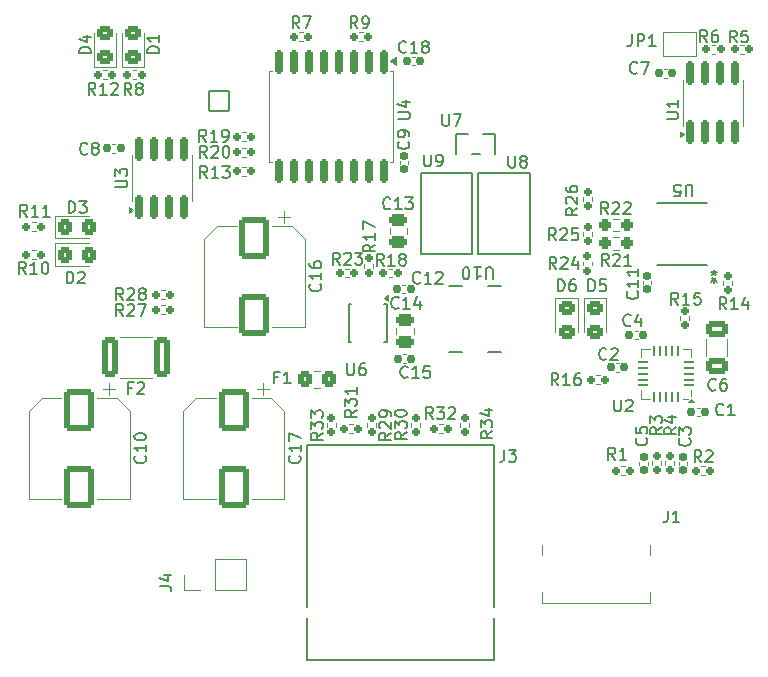
<source format=gto>
G04 #@! TF.GenerationSoftware,KiCad,Pcbnew,8.0.0*
G04 #@! TF.CreationDate,2024-07-06T17:56:43-07:00*
G04 #@! TF.ProjectId,rpi_hat_v1,7270695f-6861-4745-9f76-312e6b696361,rev?*
G04 #@! TF.SameCoordinates,Original*
G04 #@! TF.FileFunction,Legend,Top*
G04 #@! TF.FilePolarity,Positive*
%FSLAX46Y46*%
G04 Gerber Fmt 4.6, Leading zero omitted, Abs format (unit mm)*
G04 Created by KiCad (PCBNEW 8.0.0) date 2024-07-06 17:56:43*
%MOMM*%
%LPD*%
G01*
G04 APERTURE LIST*
G04 Aperture macros list*
%AMRoundRect*
0 Rectangle with rounded corners*
0 $1 Rounding radius*
0 $2 $3 $4 $5 $6 $7 $8 $9 X,Y pos of 4 corners*
0 Add a 4 corners polygon primitive as box body*
4,1,4,$2,$3,$4,$5,$6,$7,$8,$9,$2,$3,0*
0 Add four circle primitives for the rounded corners*
1,1,$1+$1,$2,$3*
1,1,$1+$1,$4,$5*
1,1,$1+$1,$6,$7*
1,1,$1+$1,$8,$9*
0 Add four rect primitives between the rounded corners*
20,1,$1+$1,$2,$3,$4,$5,0*
20,1,$1+$1,$4,$5,$6,$7,0*
20,1,$1+$1,$6,$7,$8,$9,0*
20,1,$1+$1,$8,$9,$2,$3,0*%
G04 Aperture macros list end*
%ADD10C,0.150000*%
%ADD11C,0.120000*%
%ADD12C,0.152400*%
%ADD13RoundRect,0.250000X-1.000000X1.500000X-1.000000X-1.500000X1.000000X-1.500000X1.000000X1.500000X0*%
%ADD14RoundRect,0.160000X0.197500X0.160000X-0.197500X0.160000X-0.197500X-0.160000X0.197500X-0.160000X0*%
%ADD15C,2.700000*%
%ADD16RoundRect,0.250000X-0.325000X-0.450000X0.325000X-0.450000X0.325000X0.450000X-0.325000X0.450000X0*%
%ADD17RoundRect,0.160000X-0.197500X-0.160000X0.197500X-0.160000X0.197500X0.160000X-0.197500X0.160000X0*%
%ADD18RoundRect,0.155000X-0.155000X0.212500X-0.155000X-0.212500X0.155000X-0.212500X0.155000X0.212500X0*%
%ADD19RoundRect,0.155000X0.155000X-0.212500X0.155000X0.212500X-0.155000X0.212500X-0.155000X-0.212500X0*%
%ADD20RoundRect,0.062500X0.350000X0.062500X-0.350000X0.062500X-0.350000X-0.062500X0.350000X-0.062500X0*%
%ADD21RoundRect,0.062500X0.062500X0.350000X-0.062500X0.350000X-0.062500X-0.350000X0.062500X-0.350000X0*%
%ADD22R,2.500000X2.500000*%
%ADD23RoundRect,0.250000X0.650000X-0.412500X0.650000X0.412500X-0.650000X0.412500X-0.650000X-0.412500X0*%
%ADD24RoundRect,0.150000X0.150000X-0.825000X0.150000X0.825000X-0.150000X0.825000X-0.150000X-0.825000X0*%
%ADD25R,1.600200X5.588000*%
%ADD26RoundRect,0.155000X-0.212500X-0.155000X0.212500X-0.155000X0.212500X0.155000X-0.212500X0.155000X0*%
%ADD27RoundRect,0.160000X-0.160000X0.197500X-0.160000X-0.197500X0.160000X-0.197500X0.160000X0.197500X0*%
%ADD28RoundRect,0.150000X-0.150000X0.875000X-0.150000X-0.875000X0.150000X-0.875000X0.150000X0.875000X0*%
%ADD29RoundRect,0.160000X0.160000X-0.197500X0.160000X0.197500X-0.160000X0.197500X-0.160000X-0.197500X0*%
%ADD30RoundRect,0.250000X0.450000X-0.325000X0.450000X0.325000X-0.450000X0.325000X-0.450000X-0.325000X0*%
%ADD31R,1.000000X1.500000*%
%ADD32RoundRect,0.155000X0.212500X0.155000X-0.212500X0.155000X-0.212500X-0.155000X0.212500X-0.155000X0*%
%ADD33RoundRect,0.250000X-0.450000X0.325000X-0.450000X-0.325000X0.450000X-0.325000X0.450000X0.325000X0*%
%ADD34R,0.250000X1.100000*%
%ADD35RoundRect,0.250000X0.475000X-0.250000X0.475000X0.250000X-0.475000X0.250000X-0.475000X-0.250000X0*%
%ADD36RoundRect,0.250000X0.400000X1.450000X-0.400000X1.450000X-0.400000X-1.450000X0.400000X-1.450000X0*%
%ADD37C,0.600000*%
%ADD38R,1.000000X2.000000*%
%ADD39O,0.850000X0.600000*%
%ADD40R,0.520000X1.000000*%
%ADD41R,0.270000X1.000000*%
%ADD42O,1.300000X2.300000*%
%ADD43O,1.300000X2.600000*%
%ADD44R,3.403600X1.854200*%
%ADD45R,3.403600X0.812800*%
%ADD46R,1.700000X1.700000*%
%ADD47O,1.700000X1.700000*%
%ADD48RoundRect,0.237500X0.250000X0.237500X-0.250000X0.237500X-0.250000X-0.237500X0.250000X-0.237500X0*%
%ADD49R,0.558800X1.295400*%
%ADD50C,1.270000*%
%ADD51C,3.810000*%
%ADD52R,1.981200X0.558800*%
%ADD53RoundRect,0.102000X0.855000X0.855000X-0.855000X0.855000X-0.855000X-0.855000X0.855000X-0.855000X0*%
%ADD54C,1.914000*%
G04 APERTURE END LIST*
D10*
X126684580Y-72985357D02*
X126732200Y-73032976D01*
X126732200Y-73032976D02*
X126779819Y-73175833D01*
X126779819Y-73175833D02*
X126779819Y-73271071D01*
X126779819Y-73271071D02*
X126732200Y-73413928D01*
X126732200Y-73413928D02*
X126636961Y-73509166D01*
X126636961Y-73509166D02*
X126541723Y-73556785D01*
X126541723Y-73556785D02*
X126351247Y-73604404D01*
X126351247Y-73604404D02*
X126208390Y-73604404D01*
X126208390Y-73604404D02*
X126017914Y-73556785D01*
X126017914Y-73556785D02*
X125922676Y-73509166D01*
X125922676Y-73509166D02*
X125827438Y-73413928D01*
X125827438Y-73413928D02*
X125779819Y-73271071D01*
X125779819Y-73271071D02*
X125779819Y-73175833D01*
X125779819Y-73175833D02*
X125827438Y-73032976D01*
X125827438Y-73032976D02*
X125875057Y-72985357D01*
X126779819Y-72032976D02*
X126779819Y-72604404D01*
X126779819Y-72318690D02*
X125779819Y-72318690D01*
X125779819Y-72318690D02*
X125922676Y-72413928D01*
X125922676Y-72413928D02*
X126017914Y-72509166D01*
X126017914Y-72509166D02*
X126065533Y-72604404D01*
X125779819Y-71175833D02*
X125779819Y-71366309D01*
X125779819Y-71366309D02*
X125827438Y-71461547D01*
X125827438Y-71461547D02*
X125875057Y-71509166D01*
X125875057Y-71509166D02*
X126017914Y-71604404D01*
X126017914Y-71604404D02*
X126208390Y-71652023D01*
X126208390Y-71652023D02*
X126589342Y-71652023D01*
X126589342Y-71652023D02*
X126684580Y-71604404D01*
X126684580Y-71604404D02*
X126732200Y-71556785D01*
X126732200Y-71556785D02*
X126779819Y-71461547D01*
X126779819Y-71461547D02*
X126779819Y-71271071D01*
X126779819Y-71271071D02*
X126732200Y-71175833D01*
X126732200Y-71175833D02*
X126684580Y-71128214D01*
X126684580Y-71128214D02*
X126589342Y-71080595D01*
X126589342Y-71080595D02*
X126351247Y-71080595D01*
X126351247Y-71080595D02*
X126256009Y-71128214D01*
X126256009Y-71128214D02*
X126208390Y-71175833D01*
X126208390Y-71175833D02*
X126160771Y-71271071D01*
X126160771Y-71271071D02*
X126160771Y-71461547D01*
X126160771Y-71461547D02*
X126208390Y-71556785D01*
X126208390Y-71556785D02*
X126256009Y-71604404D01*
X126256009Y-71604404D02*
X126351247Y-71652023D01*
X110708333Y-56979819D02*
X110375000Y-56503628D01*
X110136905Y-56979819D02*
X110136905Y-55979819D01*
X110136905Y-55979819D02*
X110517857Y-55979819D01*
X110517857Y-55979819D02*
X110613095Y-56027438D01*
X110613095Y-56027438D02*
X110660714Y-56075057D01*
X110660714Y-56075057D02*
X110708333Y-56170295D01*
X110708333Y-56170295D02*
X110708333Y-56313152D01*
X110708333Y-56313152D02*
X110660714Y-56408390D01*
X110660714Y-56408390D02*
X110613095Y-56456009D01*
X110613095Y-56456009D02*
X110517857Y-56503628D01*
X110517857Y-56503628D02*
X110136905Y-56503628D01*
X111279762Y-56408390D02*
X111184524Y-56360771D01*
X111184524Y-56360771D02*
X111136905Y-56313152D01*
X111136905Y-56313152D02*
X111089286Y-56217914D01*
X111089286Y-56217914D02*
X111089286Y-56170295D01*
X111089286Y-56170295D02*
X111136905Y-56075057D01*
X111136905Y-56075057D02*
X111184524Y-56027438D01*
X111184524Y-56027438D02*
X111279762Y-55979819D01*
X111279762Y-55979819D02*
X111470238Y-55979819D01*
X111470238Y-55979819D02*
X111565476Y-56027438D01*
X111565476Y-56027438D02*
X111613095Y-56075057D01*
X111613095Y-56075057D02*
X111660714Y-56170295D01*
X111660714Y-56170295D02*
X111660714Y-56217914D01*
X111660714Y-56217914D02*
X111613095Y-56313152D01*
X111613095Y-56313152D02*
X111565476Y-56360771D01*
X111565476Y-56360771D02*
X111470238Y-56408390D01*
X111470238Y-56408390D02*
X111279762Y-56408390D01*
X111279762Y-56408390D02*
X111184524Y-56456009D01*
X111184524Y-56456009D02*
X111136905Y-56503628D01*
X111136905Y-56503628D02*
X111089286Y-56598866D01*
X111089286Y-56598866D02*
X111089286Y-56789342D01*
X111089286Y-56789342D02*
X111136905Y-56884580D01*
X111136905Y-56884580D02*
X111184524Y-56932200D01*
X111184524Y-56932200D02*
X111279762Y-56979819D01*
X111279762Y-56979819D02*
X111470238Y-56979819D01*
X111470238Y-56979819D02*
X111565476Y-56932200D01*
X111565476Y-56932200D02*
X111613095Y-56884580D01*
X111613095Y-56884580D02*
X111660714Y-56789342D01*
X111660714Y-56789342D02*
X111660714Y-56598866D01*
X111660714Y-56598866D02*
X111613095Y-56503628D01*
X111613095Y-56503628D02*
X111565476Y-56456009D01*
X111565476Y-56456009D02*
X111470238Y-56408390D01*
X123141666Y-80881009D02*
X122808333Y-80881009D01*
X122808333Y-81404819D02*
X122808333Y-80404819D01*
X122808333Y-80404819D02*
X123284523Y-80404819D01*
X124189285Y-81404819D02*
X123617857Y-81404819D01*
X123903571Y-81404819D02*
X123903571Y-80404819D01*
X123903571Y-80404819D02*
X123808333Y-80547676D01*
X123808333Y-80547676D02*
X123713095Y-80642914D01*
X123713095Y-80642914D02*
X123617857Y-80690533D01*
X107657142Y-56954819D02*
X107323809Y-56478628D01*
X107085714Y-56954819D02*
X107085714Y-55954819D01*
X107085714Y-55954819D02*
X107466666Y-55954819D01*
X107466666Y-55954819D02*
X107561904Y-56002438D01*
X107561904Y-56002438D02*
X107609523Y-56050057D01*
X107609523Y-56050057D02*
X107657142Y-56145295D01*
X107657142Y-56145295D02*
X107657142Y-56288152D01*
X107657142Y-56288152D02*
X107609523Y-56383390D01*
X107609523Y-56383390D02*
X107561904Y-56431009D01*
X107561904Y-56431009D02*
X107466666Y-56478628D01*
X107466666Y-56478628D02*
X107085714Y-56478628D01*
X108609523Y-56954819D02*
X108038095Y-56954819D01*
X108323809Y-56954819D02*
X108323809Y-55954819D01*
X108323809Y-55954819D02*
X108228571Y-56097676D01*
X108228571Y-56097676D02*
X108133333Y-56192914D01*
X108133333Y-56192914D02*
X108038095Y-56240533D01*
X108990476Y-56050057D02*
X109038095Y-56002438D01*
X109038095Y-56002438D02*
X109133333Y-55954819D01*
X109133333Y-55954819D02*
X109371428Y-55954819D01*
X109371428Y-55954819D02*
X109466666Y-56002438D01*
X109466666Y-56002438D02*
X109514285Y-56050057D01*
X109514285Y-56050057D02*
X109561904Y-56145295D01*
X109561904Y-56145295D02*
X109561904Y-56240533D01*
X109561904Y-56240533D02*
X109514285Y-56383390D01*
X109514285Y-56383390D02*
X108942857Y-56954819D01*
X108942857Y-56954819D02*
X109561904Y-56954819D01*
X153534580Y-73617857D02*
X153582200Y-73665476D01*
X153582200Y-73665476D02*
X153629819Y-73808333D01*
X153629819Y-73808333D02*
X153629819Y-73903571D01*
X153629819Y-73903571D02*
X153582200Y-74046428D01*
X153582200Y-74046428D02*
X153486961Y-74141666D01*
X153486961Y-74141666D02*
X153391723Y-74189285D01*
X153391723Y-74189285D02*
X153201247Y-74236904D01*
X153201247Y-74236904D02*
X153058390Y-74236904D01*
X153058390Y-74236904D02*
X152867914Y-74189285D01*
X152867914Y-74189285D02*
X152772676Y-74141666D01*
X152772676Y-74141666D02*
X152677438Y-74046428D01*
X152677438Y-74046428D02*
X152629819Y-73903571D01*
X152629819Y-73903571D02*
X152629819Y-73808333D01*
X152629819Y-73808333D02*
X152677438Y-73665476D01*
X152677438Y-73665476D02*
X152725057Y-73617857D01*
X153629819Y-72665476D02*
X153629819Y-73236904D01*
X153629819Y-72951190D02*
X152629819Y-72951190D01*
X152629819Y-72951190D02*
X152772676Y-73046428D01*
X152772676Y-73046428D02*
X152867914Y-73141666D01*
X152867914Y-73141666D02*
X152915533Y-73236904D01*
X153629819Y-71713095D02*
X153629819Y-72284523D01*
X153629819Y-71998809D02*
X152629819Y-71998809D01*
X152629819Y-71998809D02*
X152772676Y-72094047D01*
X152772676Y-72094047D02*
X152867914Y-72189285D01*
X152867914Y-72189285D02*
X152915533Y-72284523D01*
X134159580Y-60941666D02*
X134207200Y-60989285D01*
X134207200Y-60989285D02*
X134254819Y-61132142D01*
X134254819Y-61132142D02*
X134254819Y-61227380D01*
X134254819Y-61227380D02*
X134207200Y-61370237D01*
X134207200Y-61370237D02*
X134111961Y-61465475D01*
X134111961Y-61465475D02*
X134016723Y-61513094D01*
X134016723Y-61513094D02*
X133826247Y-61560713D01*
X133826247Y-61560713D02*
X133683390Y-61560713D01*
X133683390Y-61560713D02*
X133492914Y-61513094D01*
X133492914Y-61513094D02*
X133397676Y-61465475D01*
X133397676Y-61465475D02*
X133302438Y-61370237D01*
X133302438Y-61370237D02*
X133254819Y-61227380D01*
X133254819Y-61227380D02*
X133254819Y-61132142D01*
X133254819Y-61132142D02*
X133302438Y-60989285D01*
X133302438Y-60989285D02*
X133350057Y-60941666D01*
X134254819Y-60465475D02*
X134254819Y-60274999D01*
X134254819Y-60274999D02*
X134207200Y-60179761D01*
X134207200Y-60179761D02*
X134159580Y-60132142D01*
X134159580Y-60132142D02*
X134016723Y-60036904D01*
X134016723Y-60036904D02*
X133826247Y-59989285D01*
X133826247Y-59989285D02*
X133445295Y-59989285D01*
X133445295Y-59989285D02*
X133350057Y-60036904D01*
X133350057Y-60036904D02*
X133302438Y-60084523D01*
X133302438Y-60084523D02*
X133254819Y-60179761D01*
X133254819Y-60179761D02*
X133254819Y-60370237D01*
X133254819Y-60370237D02*
X133302438Y-60465475D01*
X133302438Y-60465475D02*
X133350057Y-60513094D01*
X133350057Y-60513094D02*
X133445295Y-60560713D01*
X133445295Y-60560713D02*
X133683390Y-60560713D01*
X133683390Y-60560713D02*
X133778628Y-60513094D01*
X133778628Y-60513094D02*
X133826247Y-60465475D01*
X133826247Y-60465475D02*
X133873866Y-60370237D01*
X133873866Y-60370237D02*
X133873866Y-60179761D01*
X133873866Y-60179761D02*
X133826247Y-60084523D01*
X133826247Y-60084523D02*
X133778628Y-60036904D01*
X133778628Y-60036904D02*
X133683390Y-59989285D01*
X151588095Y-82779819D02*
X151588095Y-83589342D01*
X151588095Y-83589342D02*
X151635714Y-83684580D01*
X151635714Y-83684580D02*
X151683333Y-83732200D01*
X151683333Y-83732200D02*
X151778571Y-83779819D01*
X151778571Y-83779819D02*
X151969047Y-83779819D01*
X151969047Y-83779819D02*
X152064285Y-83732200D01*
X152064285Y-83732200D02*
X152111904Y-83684580D01*
X152111904Y-83684580D02*
X152159523Y-83589342D01*
X152159523Y-83589342D02*
X152159523Y-82779819D01*
X152588095Y-82875057D02*
X152635714Y-82827438D01*
X152635714Y-82827438D02*
X152730952Y-82779819D01*
X152730952Y-82779819D02*
X152969047Y-82779819D01*
X152969047Y-82779819D02*
X153064285Y-82827438D01*
X153064285Y-82827438D02*
X153111904Y-82875057D01*
X153111904Y-82875057D02*
X153159523Y-82970295D01*
X153159523Y-82970295D02*
X153159523Y-83065533D01*
X153159523Y-83065533D02*
X153111904Y-83208390D01*
X153111904Y-83208390D02*
X152540476Y-83779819D01*
X152540476Y-83779819D02*
X153159523Y-83779819D01*
X160183333Y-81909580D02*
X160135714Y-81957200D01*
X160135714Y-81957200D02*
X159992857Y-82004819D01*
X159992857Y-82004819D02*
X159897619Y-82004819D01*
X159897619Y-82004819D02*
X159754762Y-81957200D01*
X159754762Y-81957200D02*
X159659524Y-81861961D01*
X159659524Y-81861961D02*
X159611905Y-81766723D01*
X159611905Y-81766723D02*
X159564286Y-81576247D01*
X159564286Y-81576247D02*
X159564286Y-81433390D01*
X159564286Y-81433390D02*
X159611905Y-81242914D01*
X159611905Y-81242914D02*
X159659524Y-81147676D01*
X159659524Y-81147676D02*
X159754762Y-81052438D01*
X159754762Y-81052438D02*
X159897619Y-81004819D01*
X159897619Y-81004819D02*
X159992857Y-81004819D01*
X159992857Y-81004819D02*
X160135714Y-81052438D01*
X160135714Y-81052438D02*
X160183333Y-81100057D01*
X161040476Y-81004819D02*
X160850000Y-81004819D01*
X160850000Y-81004819D02*
X160754762Y-81052438D01*
X160754762Y-81052438D02*
X160707143Y-81100057D01*
X160707143Y-81100057D02*
X160611905Y-81242914D01*
X160611905Y-81242914D02*
X160564286Y-81433390D01*
X160564286Y-81433390D02*
X160564286Y-81814342D01*
X160564286Y-81814342D02*
X160611905Y-81909580D01*
X160611905Y-81909580D02*
X160659524Y-81957200D01*
X160659524Y-81957200D02*
X160754762Y-82004819D01*
X160754762Y-82004819D02*
X160945238Y-82004819D01*
X160945238Y-82004819D02*
X161040476Y-81957200D01*
X161040476Y-81957200D02*
X161088095Y-81909580D01*
X161088095Y-81909580D02*
X161135714Y-81814342D01*
X161135714Y-81814342D02*
X161135714Y-81576247D01*
X161135714Y-81576247D02*
X161088095Y-81481009D01*
X161088095Y-81481009D02*
X161040476Y-81433390D01*
X161040476Y-81433390D02*
X160945238Y-81385771D01*
X160945238Y-81385771D02*
X160754762Y-81385771D01*
X160754762Y-81385771D02*
X160659524Y-81433390D01*
X160659524Y-81433390D02*
X160611905Y-81481009D01*
X160611905Y-81481009D02*
X160564286Y-81576247D01*
X109344819Y-64796904D02*
X110154342Y-64796904D01*
X110154342Y-64796904D02*
X110249580Y-64749285D01*
X110249580Y-64749285D02*
X110297200Y-64701666D01*
X110297200Y-64701666D02*
X110344819Y-64606428D01*
X110344819Y-64606428D02*
X110344819Y-64415952D01*
X110344819Y-64415952D02*
X110297200Y-64320714D01*
X110297200Y-64320714D02*
X110249580Y-64273095D01*
X110249580Y-64273095D02*
X110154342Y-64225476D01*
X110154342Y-64225476D02*
X109344819Y-64225476D01*
X109344819Y-63844523D02*
X109344819Y-63225476D01*
X109344819Y-63225476D02*
X109725771Y-63558809D01*
X109725771Y-63558809D02*
X109725771Y-63415952D01*
X109725771Y-63415952D02*
X109773390Y-63320714D01*
X109773390Y-63320714D02*
X109821009Y-63273095D01*
X109821009Y-63273095D02*
X109916247Y-63225476D01*
X109916247Y-63225476D02*
X110154342Y-63225476D01*
X110154342Y-63225476D02*
X110249580Y-63273095D01*
X110249580Y-63273095D02*
X110297200Y-63320714D01*
X110297200Y-63320714D02*
X110344819Y-63415952D01*
X110344819Y-63415952D02*
X110344819Y-63701666D01*
X110344819Y-63701666D02*
X110297200Y-63796904D01*
X110297200Y-63796904D02*
X110249580Y-63844523D01*
X141288094Y-72570180D02*
X141288094Y-71760657D01*
X141288094Y-71760657D02*
X141240475Y-71665419D01*
X141240475Y-71665419D02*
X141192856Y-71617800D01*
X141192856Y-71617800D02*
X141097618Y-71570180D01*
X141097618Y-71570180D02*
X140907142Y-71570180D01*
X140907142Y-71570180D02*
X140811904Y-71617800D01*
X140811904Y-71617800D02*
X140764285Y-71665419D01*
X140764285Y-71665419D02*
X140716666Y-71760657D01*
X140716666Y-71760657D02*
X140716666Y-72570180D01*
X139716666Y-71570180D02*
X140288094Y-71570180D01*
X140002380Y-71570180D02*
X140002380Y-72570180D01*
X140002380Y-72570180D02*
X140097618Y-72427323D01*
X140097618Y-72427323D02*
X140192856Y-72332085D01*
X140192856Y-72332085D02*
X140288094Y-72284466D01*
X139097618Y-72570180D02*
X139002380Y-72570180D01*
X139002380Y-72570180D02*
X138907142Y-72522561D01*
X138907142Y-72522561D02*
X138859523Y-72474942D01*
X138859523Y-72474942D02*
X138811904Y-72379704D01*
X138811904Y-72379704D02*
X138764285Y-72189228D01*
X138764285Y-72189228D02*
X138764285Y-71951133D01*
X138764285Y-71951133D02*
X138811904Y-71760657D01*
X138811904Y-71760657D02*
X138859523Y-71665419D01*
X138859523Y-71665419D02*
X138907142Y-71617800D01*
X138907142Y-71617800D02*
X139002380Y-71570180D01*
X139002380Y-71570180D02*
X139097618Y-71570180D01*
X139097618Y-71570180D02*
X139192856Y-71617800D01*
X139192856Y-71617800D02*
X139240475Y-71665419D01*
X139240475Y-71665419D02*
X139288094Y-71760657D01*
X139288094Y-71760657D02*
X139335713Y-71951133D01*
X139335713Y-71951133D02*
X139335713Y-72189228D01*
X139335713Y-72189228D02*
X139288094Y-72379704D01*
X139288094Y-72379704D02*
X139240475Y-72474942D01*
X139240475Y-72474942D02*
X139192856Y-72522561D01*
X139192856Y-72522561D02*
X139097618Y-72570180D01*
X160833333Y-84009580D02*
X160785714Y-84057200D01*
X160785714Y-84057200D02*
X160642857Y-84104819D01*
X160642857Y-84104819D02*
X160547619Y-84104819D01*
X160547619Y-84104819D02*
X160404762Y-84057200D01*
X160404762Y-84057200D02*
X160309524Y-83961961D01*
X160309524Y-83961961D02*
X160261905Y-83866723D01*
X160261905Y-83866723D02*
X160214286Y-83676247D01*
X160214286Y-83676247D02*
X160214286Y-83533390D01*
X160214286Y-83533390D02*
X160261905Y-83342914D01*
X160261905Y-83342914D02*
X160309524Y-83247676D01*
X160309524Y-83247676D02*
X160404762Y-83152438D01*
X160404762Y-83152438D02*
X160547619Y-83104819D01*
X160547619Y-83104819D02*
X160642857Y-83104819D01*
X160642857Y-83104819D02*
X160785714Y-83152438D01*
X160785714Y-83152438D02*
X160833333Y-83200057D01*
X161785714Y-84104819D02*
X161214286Y-84104819D01*
X161500000Y-84104819D02*
X161500000Y-83104819D01*
X161500000Y-83104819D02*
X161404762Y-83247676D01*
X161404762Y-83247676D02*
X161309524Y-83342914D01*
X161309524Y-83342914D02*
X161214286Y-83390533D01*
X157007142Y-74729819D02*
X156673809Y-74253628D01*
X156435714Y-74729819D02*
X156435714Y-73729819D01*
X156435714Y-73729819D02*
X156816666Y-73729819D01*
X156816666Y-73729819D02*
X156911904Y-73777438D01*
X156911904Y-73777438D02*
X156959523Y-73825057D01*
X156959523Y-73825057D02*
X157007142Y-73920295D01*
X157007142Y-73920295D02*
X157007142Y-74063152D01*
X157007142Y-74063152D02*
X156959523Y-74158390D01*
X156959523Y-74158390D02*
X156911904Y-74206009D01*
X156911904Y-74206009D02*
X156816666Y-74253628D01*
X156816666Y-74253628D02*
X156435714Y-74253628D01*
X157959523Y-74729819D02*
X157388095Y-74729819D01*
X157673809Y-74729819D02*
X157673809Y-73729819D01*
X157673809Y-73729819D02*
X157578571Y-73872676D01*
X157578571Y-73872676D02*
X157483333Y-73967914D01*
X157483333Y-73967914D02*
X157388095Y-74015533D01*
X158864285Y-73729819D02*
X158388095Y-73729819D01*
X158388095Y-73729819D02*
X158340476Y-74206009D01*
X158340476Y-74206009D02*
X158388095Y-74158390D01*
X158388095Y-74158390D02*
X158483333Y-74110771D01*
X158483333Y-74110771D02*
X158721428Y-74110771D01*
X158721428Y-74110771D02*
X158816666Y-74158390D01*
X158816666Y-74158390D02*
X158864285Y-74206009D01*
X158864285Y-74206009D02*
X158911904Y-74301247D01*
X158911904Y-74301247D02*
X158911904Y-74539342D01*
X158911904Y-74539342D02*
X158864285Y-74634580D01*
X158864285Y-74634580D02*
X158816666Y-74682200D01*
X158816666Y-74682200D02*
X158721428Y-74729819D01*
X158721428Y-74729819D02*
X158483333Y-74729819D01*
X158483333Y-74729819D02*
X158388095Y-74682200D01*
X158388095Y-74682200D02*
X158340476Y-74634580D01*
X101882142Y-67279819D02*
X101548809Y-66803628D01*
X101310714Y-67279819D02*
X101310714Y-66279819D01*
X101310714Y-66279819D02*
X101691666Y-66279819D01*
X101691666Y-66279819D02*
X101786904Y-66327438D01*
X101786904Y-66327438D02*
X101834523Y-66375057D01*
X101834523Y-66375057D02*
X101882142Y-66470295D01*
X101882142Y-66470295D02*
X101882142Y-66613152D01*
X101882142Y-66613152D02*
X101834523Y-66708390D01*
X101834523Y-66708390D02*
X101786904Y-66756009D01*
X101786904Y-66756009D02*
X101691666Y-66803628D01*
X101691666Y-66803628D02*
X101310714Y-66803628D01*
X102834523Y-67279819D02*
X102263095Y-67279819D01*
X102548809Y-67279819D02*
X102548809Y-66279819D01*
X102548809Y-66279819D02*
X102453571Y-66422676D01*
X102453571Y-66422676D02*
X102358333Y-66517914D01*
X102358333Y-66517914D02*
X102263095Y-66565533D01*
X103786904Y-67279819D02*
X103215476Y-67279819D01*
X103501190Y-67279819D02*
X103501190Y-66279819D01*
X103501190Y-66279819D02*
X103405952Y-66422676D01*
X103405952Y-66422676D02*
X103310714Y-66517914D01*
X103310714Y-66517914D02*
X103215476Y-66565533D01*
X133279819Y-59011904D02*
X134089342Y-59011904D01*
X134089342Y-59011904D02*
X134184580Y-58964285D01*
X134184580Y-58964285D02*
X134232200Y-58916666D01*
X134232200Y-58916666D02*
X134279819Y-58821428D01*
X134279819Y-58821428D02*
X134279819Y-58630952D01*
X134279819Y-58630952D02*
X134232200Y-58535714D01*
X134232200Y-58535714D02*
X134184580Y-58488095D01*
X134184580Y-58488095D02*
X134089342Y-58440476D01*
X134089342Y-58440476D02*
X133279819Y-58440476D01*
X133613152Y-57535714D02*
X134279819Y-57535714D01*
X133232200Y-57773809D02*
X133946485Y-58011904D01*
X133946485Y-58011904D02*
X133946485Y-57392857D01*
X129779819Y-83642857D02*
X129303628Y-83976190D01*
X129779819Y-84214285D02*
X128779819Y-84214285D01*
X128779819Y-84214285D02*
X128779819Y-83833333D01*
X128779819Y-83833333D02*
X128827438Y-83738095D01*
X128827438Y-83738095D02*
X128875057Y-83690476D01*
X128875057Y-83690476D02*
X128970295Y-83642857D01*
X128970295Y-83642857D02*
X129113152Y-83642857D01*
X129113152Y-83642857D02*
X129208390Y-83690476D01*
X129208390Y-83690476D02*
X129256009Y-83738095D01*
X129256009Y-83738095D02*
X129303628Y-83833333D01*
X129303628Y-83833333D02*
X129303628Y-84214285D01*
X128779819Y-83309523D02*
X128779819Y-82690476D01*
X128779819Y-82690476D02*
X129160771Y-83023809D01*
X129160771Y-83023809D02*
X129160771Y-82880952D01*
X129160771Y-82880952D02*
X129208390Y-82785714D01*
X129208390Y-82785714D02*
X129256009Y-82738095D01*
X129256009Y-82738095D02*
X129351247Y-82690476D01*
X129351247Y-82690476D02*
X129589342Y-82690476D01*
X129589342Y-82690476D02*
X129684580Y-82738095D01*
X129684580Y-82738095D02*
X129732200Y-82785714D01*
X129732200Y-82785714D02*
X129779819Y-82880952D01*
X129779819Y-82880952D02*
X129779819Y-83166666D01*
X129779819Y-83166666D02*
X129732200Y-83261904D01*
X129732200Y-83261904D02*
X129684580Y-83309523D01*
X129779819Y-81738095D02*
X129779819Y-82309523D01*
X129779819Y-82023809D02*
X128779819Y-82023809D01*
X128779819Y-82023809D02*
X128922676Y-82119047D01*
X128922676Y-82119047D02*
X129017914Y-82214285D01*
X129017914Y-82214285D02*
X129065533Y-82309523D01*
X134107142Y-80834580D02*
X134059523Y-80882200D01*
X134059523Y-80882200D02*
X133916666Y-80929819D01*
X133916666Y-80929819D02*
X133821428Y-80929819D01*
X133821428Y-80929819D02*
X133678571Y-80882200D01*
X133678571Y-80882200D02*
X133583333Y-80786961D01*
X133583333Y-80786961D02*
X133535714Y-80691723D01*
X133535714Y-80691723D02*
X133488095Y-80501247D01*
X133488095Y-80501247D02*
X133488095Y-80358390D01*
X133488095Y-80358390D02*
X133535714Y-80167914D01*
X133535714Y-80167914D02*
X133583333Y-80072676D01*
X133583333Y-80072676D02*
X133678571Y-79977438D01*
X133678571Y-79977438D02*
X133821428Y-79929819D01*
X133821428Y-79929819D02*
X133916666Y-79929819D01*
X133916666Y-79929819D02*
X134059523Y-79977438D01*
X134059523Y-79977438D02*
X134107142Y-80025057D01*
X135059523Y-80929819D02*
X134488095Y-80929819D01*
X134773809Y-80929819D02*
X134773809Y-79929819D01*
X134773809Y-79929819D02*
X134678571Y-80072676D01*
X134678571Y-80072676D02*
X134583333Y-80167914D01*
X134583333Y-80167914D02*
X134488095Y-80215533D01*
X135964285Y-79929819D02*
X135488095Y-79929819D01*
X135488095Y-79929819D02*
X135440476Y-80406009D01*
X135440476Y-80406009D02*
X135488095Y-80358390D01*
X135488095Y-80358390D02*
X135583333Y-80310771D01*
X135583333Y-80310771D02*
X135821428Y-80310771D01*
X135821428Y-80310771D02*
X135916666Y-80358390D01*
X135916666Y-80358390D02*
X135964285Y-80406009D01*
X135964285Y-80406009D02*
X136011904Y-80501247D01*
X136011904Y-80501247D02*
X136011904Y-80739342D01*
X136011904Y-80739342D02*
X135964285Y-80834580D01*
X135964285Y-80834580D02*
X135916666Y-80882200D01*
X135916666Y-80882200D02*
X135821428Y-80929819D01*
X135821428Y-80929819D02*
X135583333Y-80929819D01*
X135583333Y-80929819D02*
X135488095Y-80882200D01*
X135488095Y-80882200D02*
X135440476Y-80834580D01*
X155620485Y-85116666D02*
X155144294Y-85449999D01*
X155620485Y-85688094D02*
X154620485Y-85688094D01*
X154620485Y-85688094D02*
X154620485Y-85307142D01*
X154620485Y-85307142D02*
X154668104Y-85211904D01*
X154668104Y-85211904D02*
X154715723Y-85164285D01*
X154715723Y-85164285D02*
X154810961Y-85116666D01*
X154810961Y-85116666D02*
X154953818Y-85116666D01*
X154953818Y-85116666D02*
X155049056Y-85164285D01*
X155049056Y-85164285D02*
X155096675Y-85211904D01*
X155096675Y-85211904D02*
X155144294Y-85307142D01*
X155144294Y-85307142D02*
X155144294Y-85688094D01*
X154620485Y-84783332D02*
X154620485Y-84164285D01*
X154620485Y-84164285D02*
X155001437Y-84497618D01*
X155001437Y-84497618D02*
X155001437Y-84354761D01*
X155001437Y-84354761D02*
X155049056Y-84259523D01*
X155049056Y-84259523D02*
X155096675Y-84211904D01*
X155096675Y-84211904D02*
X155191913Y-84164285D01*
X155191913Y-84164285D02*
X155430008Y-84164285D01*
X155430008Y-84164285D02*
X155525246Y-84211904D01*
X155525246Y-84211904D02*
X155572866Y-84259523D01*
X155572866Y-84259523D02*
X155620485Y-84354761D01*
X155620485Y-84354761D02*
X155620485Y-84640475D01*
X155620485Y-84640475D02*
X155572866Y-84735713D01*
X155572866Y-84735713D02*
X155525246Y-84783332D01*
X113054819Y-53438094D02*
X112054819Y-53438094D01*
X112054819Y-53438094D02*
X112054819Y-53199999D01*
X112054819Y-53199999D02*
X112102438Y-53057142D01*
X112102438Y-53057142D02*
X112197676Y-52961904D01*
X112197676Y-52961904D02*
X112292914Y-52914285D01*
X112292914Y-52914285D02*
X112483390Y-52866666D01*
X112483390Y-52866666D02*
X112626247Y-52866666D01*
X112626247Y-52866666D02*
X112816723Y-52914285D01*
X112816723Y-52914285D02*
X112911961Y-52961904D01*
X112911961Y-52961904D02*
X113007200Y-53057142D01*
X113007200Y-53057142D02*
X113054819Y-53199999D01*
X113054819Y-53199999D02*
X113054819Y-53438094D01*
X113054819Y-51914285D02*
X113054819Y-52485713D01*
X113054819Y-52199999D02*
X112054819Y-52199999D01*
X112054819Y-52199999D02*
X112197676Y-52295237D01*
X112197676Y-52295237D02*
X112292914Y-52390475D01*
X112292914Y-52390475D02*
X112340533Y-52485713D01*
X158968833Y-88069819D02*
X158635500Y-87593628D01*
X158397405Y-88069819D02*
X158397405Y-87069819D01*
X158397405Y-87069819D02*
X158778357Y-87069819D01*
X158778357Y-87069819D02*
X158873595Y-87117438D01*
X158873595Y-87117438D02*
X158921214Y-87165057D01*
X158921214Y-87165057D02*
X158968833Y-87260295D01*
X158968833Y-87260295D02*
X158968833Y-87403152D01*
X158968833Y-87403152D02*
X158921214Y-87498390D01*
X158921214Y-87498390D02*
X158873595Y-87546009D01*
X158873595Y-87546009D02*
X158778357Y-87593628D01*
X158778357Y-87593628D02*
X158397405Y-87593628D01*
X159349786Y-87165057D02*
X159397405Y-87117438D01*
X159397405Y-87117438D02*
X159492643Y-87069819D01*
X159492643Y-87069819D02*
X159730738Y-87069819D01*
X159730738Y-87069819D02*
X159825976Y-87117438D01*
X159825976Y-87117438D02*
X159873595Y-87165057D01*
X159873595Y-87165057D02*
X159921214Y-87260295D01*
X159921214Y-87260295D02*
X159921214Y-87355533D01*
X159921214Y-87355533D02*
X159873595Y-87498390D01*
X159873595Y-87498390D02*
X159302167Y-88069819D01*
X159302167Y-88069819D02*
X159921214Y-88069819D01*
X153086666Y-51854819D02*
X153086666Y-52569104D01*
X153086666Y-52569104D02*
X153039047Y-52711961D01*
X153039047Y-52711961D02*
X152943809Y-52807200D01*
X152943809Y-52807200D02*
X152800952Y-52854819D01*
X152800952Y-52854819D02*
X152705714Y-52854819D01*
X153562857Y-52854819D02*
X153562857Y-51854819D01*
X153562857Y-51854819D02*
X153943809Y-51854819D01*
X153943809Y-51854819D02*
X154039047Y-51902438D01*
X154039047Y-51902438D02*
X154086666Y-51950057D01*
X154086666Y-51950057D02*
X154134285Y-52045295D01*
X154134285Y-52045295D02*
X154134285Y-52188152D01*
X154134285Y-52188152D02*
X154086666Y-52283390D01*
X154086666Y-52283390D02*
X154039047Y-52331009D01*
X154039047Y-52331009D02*
X153943809Y-52378628D01*
X153943809Y-52378628D02*
X153562857Y-52378628D01*
X155086666Y-52854819D02*
X154515238Y-52854819D01*
X154800952Y-52854819D02*
X154800952Y-51854819D01*
X154800952Y-51854819D02*
X154705714Y-51997676D01*
X154705714Y-51997676D02*
X154610476Y-52092914D01*
X154610476Y-52092914D02*
X154515238Y-52140533D01*
X117034642Y-60929819D02*
X116701309Y-60453628D01*
X116463214Y-60929819D02*
X116463214Y-59929819D01*
X116463214Y-59929819D02*
X116844166Y-59929819D01*
X116844166Y-59929819D02*
X116939404Y-59977438D01*
X116939404Y-59977438D02*
X116987023Y-60025057D01*
X116987023Y-60025057D02*
X117034642Y-60120295D01*
X117034642Y-60120295D02*
X117034642Y-60263152D01*
X117034642Y-60263152D02*
X116987023Y-60358390D01*
X116987023Y-60358390D02*
X116939404Y-60406009D01*
X116939404Y-60406009D02*
X116844166Y-60453628D01*
X116844166Y-60453628D02*
X116463214Y-60453628D01*
X117987023Y-60929819D02*
X117415595Y-60929819D01*
X117701309Y-60929819D02*
X117701309Y-59929819D01*
X117701309Y-59929819D02*
X117606071Y-60072676D01*
X117606071Y-60072676D02*
X117510833Y-60167914D01*
X117510833Y-60167914D02*
X117415595Y-60215533D01*
X118463214Y-60929819D02*
X118653690Y-60929819D01*
X118653690Y-60929819D02*
X118748928Y-60882200D01*
X118748928Y-60882200D02*
X118796547Y-60834580D01*
X118796547Y-60834580D02*
X118891785Y-60691723D01*
X118891785Y-60691723D02*
X118939404Y-60501247D01*
X118939404Y-60501247D02*
X118939404Y-60120295D01*
X118939404Y-60120295D02*
X118891785Y-60025057D01*
X118891785Y-60025057D02*
X118844166Y-59977438D01*
X118844166Y-59977438D02*
X118748928Y-59929819D01*
X118748928Y-59929819D02*
X118558452Y-59929819D01*
X118558452Y-59929819D02*
X118463214Y-59977438D01*
X118463214Y-59977438D02*
X118415595Y-60025057D01*
X118415595Y-60025057D02*
X118367976Y-60120295D01*
X118367976Y-60120295D02*
X118367976Y-60358390D01*
X118367976Y-60358390D02*
X118415595Y-60453628D01*
X118415595Y-60453628D02*
X118463214Y-60501247D01*
X118463214Y-60501247D02*
X118558452Y-60548866D01*
X118558452Y-60548866D02*
X118748928Y-60548866D01*
X118748928Y-60548866D02*
X118844166Y-60501247D01*
X118844166Y-60501247D02*
X118891785Y-60453628D01*
X118891785Y-60453628D02*
X118939404Y-60358390D01*
X106983333Y-61934580D02*
X106935714Y-61982200D01*
X106935714Y-61982200D02*
X106792857Y-62029819D01*
X106792857Y-62029819D02*
X106697619Y-62029819D01*
X106697619Y-62029819D02*
X106554762Y-61982200D01*
X106554762Y-61982200D02*
X106459524Y-61886961D01*
X106459524Y-61886961D02*
X106411905Y-61791723D01*
X106411905Y-61791723D02*
X106364286Y-61601247D01*
X106364286Y-61601247D02*
X106364286Y-61458390D01*
X106364286Y-61458390D02*
X106411905Y-61267914D01*
X106411905Y-61267914D02*
X106459524Y-61172676D01*
X106459524Y-61172676D02*
X106554762Y-61077438D01*
X106554762Y-61077438D02*
X106697619Y-61029819D01*
X106697619Y-61029819D02*
X106792857Y-61029819D01*
X106792857Y-61029819D02*
X106935714Y-61077438D01*
X106935714Y-61077438D02*
X106983333Y-61125057D01*
X107554762Y-61458390D02*
X107459524Y-61410771D01*
X107459524Y-61410771D02*
X107411905Y-61363152D01*
X107411905Y-61363152D02*
X107364286Y-61267914D01*
X107364286Y-61267914D02*
X107364286Y-61220295D01*
X107364286Y-61220295D02*
X107411905Y-61125057D01*
X107411905Y-61125057D02*
X107459524Y-61077438D01*
X107459524Y-61077438D02*
X107554762Y-61029819D01*
X107554762Y-61029819D02*
X107745238Y-61029819D01*
X107745238Y-61029819D02*
X107840476Y-61077438D01*
X107840476Y-61077438D02*
X107888095Y-61125057D01*
X107888095Y-61125057D02*
X107935714Y-61220295D01*
X107935714Y-61220295D02*
X107935714Y-61267914D01*
X107935714Y-61267914D02*
X107888095Y-61363152D01*
X107888095Y-61363152D02*
X107840476Y-61410771D01*
X107840476Y-61410771D02*
X107745238Y-61458390D01*
X107745238Y-61458390D02*
X107554762Y-61458390D01*
X107554762Y-61458390D02*
X107459524Y-61506009D01*
X107459524Y-61506009D02*
X107411905Y-61553628D01*
X107411905Y-61553628D02*
X107364286Y-61648866D01*
X107364286Y-61648866D02*
X107364286Y-61839342D01*
X107364286Y-61839342D02*
X107411905Y-61934580D01*
X107411905Y-61934580D02*
X107459524Y-61982200D01*
X107459524Y-61982200D02*
X107554762Y-62029819D01*
X107554762Y-62029819D02*
X107745238Y-62029819D01*
X107745238Y-62029819D02*
X107840476Y-61982200D01*
X107840476Y-61982200D02*
X107888095Y-61934580D01*
X107888095Y-61934580D02*
X107935714Y-61839342D01*
X107935714Y-61839342D02*
X107935714Y-61648866D01*
X107935714Y-61648866D02*
X107888095Y-61553628D01*
X107888095Y-61553628D02*
X107840476Y-61506009D01*
X107840476Y-61506009D02*
X107745238Y-61458390D01*
X157959578Y-86066666D02*
X158007198Y-86114285D01*
X158007198Y-86114285D02*
X158054817Y-86257142D01*
X158054817Y-86257142D02*
X158054817Y-86352380D01*
X158054817Y-86352380D02*
X158007198Y-86495237D01*
X158007198Y-86495237D02*
X157911959Y-86590475D01*
X157911959Y-86590475D02*
X157816721Y-86638094D01*
X157816721Y-86638094D02*
X157626245Y-86685713D01*
X157626245Y-86685713D02*
X157483388Y-86685713D01*
X157483388Y-86685713D02*
X157292912Y-86638094D01*
X157292912Y-86638094D02*
X157197674Y-86590475D01*
X157197674Y-86590475D02*
X157102436Y-86495237D01*
X157102436Y-86495237D02*
X157054817Y-86352380D01*
X157054817Y-86352380D02*
X157054817Y-86257142D01*
X157054817Y-86257142D02*
X157102436Y-86114285D01*
X157102436Y-86114285D02*
X157150055Y-86066666D01*
X157054817Y-85733332D02*
X157054817Y-85114285D01*
X157054817Y-85114285D02*
X157435769Y-85447618D01*
X157435769Y-85447618D02*
X157435769Y-85304761D01*
X157435769Y-85304761D02*
X157483388Y-85209523D01*
X157483388Y-85209523D02*
X157531007Y-85161904D01*
X157531007Y-85161904D02*
X157626245Y-85114285D01*
X157626245Y-85114285D02*
X157864340Y-85114285D01*
X157864340Y-85114285D02*
X157959578Y-85161904D01*
X157959578Y-85161904D02*
X158007198Y-85209523D01*
X158007198Y-85209523D02*
X158054817Y-85304761D01*
X158054817Y-85304761D02*
X158054817Y-85590475D01*
X158054817Y-85590475D02*
X158007198Y-85685713D01*
X158007198Y-85685713D02*
X157959578Y-85733332D01*
X149411905Y-73604819D02*
X149411905Y-72604819D01*
X149411905Y-72604819D02*
X149650000Y-72604819D01*
X149650000Y-72604819D02*
X149792857Y-72652438D01*
X149792857Y-72652438D02*
X149888095Y-72747676D01*
X149888095Y-72747676D02*
X149935714Y-72842914D01*
X149935714Y-72842914D02*
X149983333Y-73033390D01*
X149983333Y-73033390D02*
X149983333Y-73176247D01*
X149983333Y-73176247D02*
X149935714Y-73366723D01*
X149935714Y-73366723D02*
X149888095Y-73461961D01*
X149888095Y-73461961D02*
X149792857Y-73557200D01*
X149792857Y-73557200D02*
X149650000Y-73604819D01*
X149650000Y-73604819D02*
X149411905Y-73604819D01*
X150888095Y-72604819D02*
X150411905Y-72604819D01*
X150411905Y-72604819D02*
X150364286Y-73081009D01*
X150364286Y-73081009D02*
X150411905Y-73033390D01*
X150411905Y-73033390D02*
X150507143Y-72985771D01*
X150507143Y-72985771D02*
X150745238Y-72985771D01*
X150745238Y-72985771D02*
X150840476Y-73033390D01*
X150840476Y-73033390D02*
X150888095Y-73081009D01*
X150888095Y-73081009D02*
X150935714Y-73176247D01*
X150935714Y-73176247D02*
X150935714Y-73414342D01*
X150935714Y-73414342D02*
X150888095Y-73509580D01*
X150888095Y-73509580D02*
X150840476Y-73557200D01*
X150840476Y-73557200D02*
X150745238Y-73604819D01*
X150745238Y-73604819D02*
X150507143Y-73604819D01*
X150507143Y-73604819D02*
X150411905Y-73557200D01*
X150411905Y-73557200D02*
X150364286Y-73509580D01*
X128988095Y-79704819D02*
X128988095Y-80514342D01*
X128988095Y-80514342D02*
X129035714Y-80609580D01*
X129035714Y-80609580D02*
X129083333Y-80657200D01*
X129083333Y-80657200D02*
X129178571Y-80704819D01*
X129178571Y-80704819D02*
X129369047Y-80704819D01*
X129369047Y-80704819D02*
X129464285Y-80657200D01*
X129464285Y-80657200D02*
X129511904Y-80609580D01*
X129511904Y-80609580D02*
X129559523Y-80514342D01*
X129559523Y-80514342D02*
X129559523Y-79704819D01*
X130464285Y-79704819D02*
X130273809Y-79704819D01*
X130273809Y-79704819D02*
X130178571Y-79752438D01*
X130178571Y-79752438D02*
X130130952Y-79800057D01*
X130130952Y-79800057D02*
X130035714Y-79942914D01*
X130035714Y-79942914D02*
X129988095Y-80133390D01*
X129988095Y-80133390D02*
X129988095Y-80514342D01*
X129988095Y-80514342D02*
X130035714Y-80609580D01*
X130035714Y-80609580D02*
X130083333Y-80657200D01*
X130083333Y-80657200D02*
X130178571Y-80704819D01*
X130178571Y-80704819D02*
X130369047Y-80704819D01*
X130369047Y-80704819D02*
X130464285Y-80657200D01*
X130464285Y-80657200D02*
X130511904Y-80609580D01*
X130511904Y-80609580D02*
X130559523Y-80514342D01*
X130559523Y-80514342D02*
X130559523Y-80276247D01*
X130559523Y-80276247D02*
X130511904Y-80181009D01*
X130511904Y-80181009D02*
X130464285Y-80133390D01*
X130464285Y-80133390D02*
X130369047Y-80085771D01*
X130369047Y-80085771D02*
X130178571Y-80085771D01*
X130178571Y-80085771D02*
X130083333Y-80133390D01*
X130083333Y-80133390D02*
X130035714Y-80181009D01*
X130035714Y-80181009D02*
X129988095Y-80276247D01*
X133332142Y-74984580D02*
X133284523Y-75032200D01*
X133284523Y-75032200D02*
X133141666Y-75079819D01*
X133141666Y-75079819D02*
X133046428Y-75079819D01*
X133046428Y-75079819D02*
X132903571Y-75032200D01*
X132903571Y-75032200D02*
X132808333Y-74936961D01*
X132808333Y-74936961D02*
X132760714Y-74841723D01*
X132760714Y-74841723D02*
X132713095Y-74651247D01*
X132713095Y-74651247D02*
X132713095Y-74508390D01*
X132713095Y-74508390D02*
X132760714Y-74317914D01*
X132760714Y-74317914D02*
X132808333Y-74222676D01*
X132808333Y-74222676D02*
X132903571Y-74127438D01*
X132903571Y-74127438D02*
X133046428Y-74079819D01*
X133046428Y-74079819D02*
X133141666Y-74079819D01*
X133141666Y-74079819D02*
X133284523Y-74127438D01*
X133284523Y-74127438D02*
X133332142Y-74175057D01*
X134284523Y-75079819D02*
X133713095Y-75079819D01*
X133998809Y-75079819D02*
X133998809Y-74079819D01*
X133998809Y-74079819D02*
X133903571Y-74222676D01*
X133903571Y-74222676D02*
X133808333Y-74317914D01*
X133808333Y-74317914D02*
X133713095Y-74365533D01*
X135141666Y-74413152D02*
X135141666Y-75079819D01*
X134903571Y-74032200D02*
X134665476Y-74746485D01*
X134665476Y-74746485D02*
X135284523Y-74746485D01*
X154308080Y-86024166D02*
X154355700Y-86071785D01*
X154355700Y-86071785D02*
X154403319Y-86214642D01*
X154403319Y-86214642D02*
X154403319Y-86309880D01*
X154403319Y-86309880D02*
X154355700Y-86452737D01*
X154355700Y-86452737D02*
X154260461Y-86547975D01*
X154260461Y-86547975D02*
X154165223Y-86595594D01*
X154165223Y-86595594D02*
X153974747Y-86643213D01*
X153974747Y-86643213D02*
X153831890Y-86643213D01*
X153831890Y-86643213D02*
X153641414Y-86595594D01*
X153641414Y-86595594D02*
X153546176Y-86547975D01*
X153546176Y-86547975D02*
X153450938Y-86452737D01*
X153450938Y-86452737D02*
X153403319Y-86309880D01*
X153403319Y-86309880D02*
X153403319Y-86214642D01*
X153403319Y-86214642D02*
X153450938Y-86071785D01*
X153450938Y-86071785D02*
X153498557Y-86024166D01*
X153403319Y-85119404D02*
X153403319Y-85595594D01*
X153403319Y-85595594D02*
X153879509Y-85643213D01*
X153879509Y-85643213D02*
X153831890Y-85595594D01*
X153831890Y-85595594D02*
X153784271Y-85500356D01*
X153784271Y-85500356D02*
X153784271Y-85262261D01*
X153784271Y-85262261D02*
X153831890Y-85167023D01*
X153831890Y-85167023D02*
X153879509Y-85119404D01*
X153879509Y-85119404D02*
X153974747Y-85071785D01*
X153974747Y-85071785D02*
X154212842Y-85071785D01*
X154212842Y-85071785D02*
X154308080Y-85119404D01*
X154308080Y-85119404D02*
X154355700Y-85167023D01*
X154355700Y-85167023D02*
X154403319Y-85262261D01*
X154403319Y-85262261D02*
X154403319Y-85500356D01*
X154403319Y-85500356D02*
X154355700Y-85595594D01*
X154355700Y-85595594D02*
X154308080Y-85643213D01*
X110766666Y-81781009D02*
X110433333Y-81781009D01*
X110433333Y-82304819D02*
X110433333Y-81304819D01*
X110433333Y-81304819D02*
X110909523Y-81304819D01*
X111242857Y-81400057D02*
X111290476Y-81352438D01*
X111290476Y-81352438D02*
X111385714Y-81304819D01*
X111385714Y-81304819D02*
X111623809Y-81304819D01*
X111623809Y-81304819D02*
X111719047Y-81352438D01*
X111719047Y-81352438D02*
X111766666Y-81400057D01*
X111766666Y-81400057D02*
X111814285Y-81495295D01*
X111814285Y-81495295D02*
X111814285Y-81590533D01*
X111814285Y-81590533D02*
X111766666Y-81733390D01*
X111766666Y-81733390D02*
X111195238Y-82304819D01*
X111195238Y-82304819D02*
X111814285Y-82304819D01*
X136232142Y-84404819D02*
X135898809Y-83928628D01*
X135660714Y-84404819D02*
X135660714Y-83404819D01*
X135660714Y-83404819D02*
X136041666Y-83404819D01*
X136041666Y-83404819D02*
X136136904Y-83452438D01*
X136136904Y-83452438D02*
X136184523Y-83500057D01*
X136184523Y-83500057D02*
X136232142Y-83595295D01*
X136232142Y-83595295D02*
X136232142Y-83738152D01*
X136232142Y-83738152D02*
X136184523Y-83833390D01*
X136184523Y-83833390D02*
X136136904Y-83881009D01*
X136136904Y-83881009D02*
X136041666Y-83928628D01*
X136041666Y-83928628D02*
X135660714Y-83928628D01*
X136565476Y-83404819D02*
X137184523Y-83404819D01*
X137184523Y-83404819D02*
X136851190Y-83785771D01*
X136851190Y-83785771D02*
X136994047Y-83785771D01*
X136994047Y-83785771D02*
X137089285Y-83833390D01*
X137089285Y-83833390D02*
X137136904Y-83881009D01*
X137136904Y-83881009D02*
X137184523Y-83976247D01*
X137184523Y-83976247D02*
X137184523Y-84214342D01*
X137184523Y-84214342D02*
X137136904Y-84309580D01*
X137136904Y-84309580D02*
X137089285Y-84357200D01*
X137089285Y-84357200D02*
X136994047Y-84404819D01*
X136994047Y-84404819D02*
X136708333Y-84404819D01*
X136708333Y-84404819D02*
X136613095Y-84357200D01*
X136613095Y-84357200D02*
X136565476Y-84309580D01*
X137565476Y-83500057D02*
X137613095Y-83452438D01*
X137613095Y-83452438D02*
X137708333Y-83404819D01*
X137708333Y-83404819D02*
X137946428Y-83404819D01*
X137946428Y-83404819D02*
X138041666Y-83452438D01*
X138041666Y-83452438D02*
X138089285Y-83500057D01*
X138089285Y-83500057D02*
X138136904Y-83595295D01*
X138136904Y-83595295D02*
X138136904Y-83690533D01*
X138136904Y-83690533D02*
X138089285Y-83833390D01*
X138089285Y-83833390D02*
X137517857Y-84404819D01*
X137517857Y-84404819D02*
X138136904Y-84404819D01*
X159453333Y-52504819D02*
X159120000Y-52028628D01*
X158881905Y-52504819D02*
X158881905Y-51504819D01*
X158881905Y-51504819D02*
X159262857Y-51504819D01*
X159262857Y-51504819D02*
X159358095Y-51552438D01*
X159358095Y-51552438D02*
X159405714Y-51600057D01*
X159405714Y-51600057D02*
X159453333Y-51695295D01*
X159453333Y-51695295D02*
X159453333Y-51838152D01*
X159453333Y-51838152D02*
X159405714Y-51933390D01*
X159405714Y-51933390D02*
X159358095Y-51981009D01*
X159358095Y-51981009D02*
X159262857Y-52028628D01*
X159262857Y-52028628D02*
X158881905Y-52028628D01*
X160310476Y-51504819D02*
X160120000Y-51504819D01*
X160120000Y-51504819D02*
X160024762Y-51552438D01*
X160024762Y-51552438D02*
X159977143Y-51600057D01*
X159977143Y-51600057D02*
X159881905Y-51742914D01*
X159881905Y-51742914D02*
X159834286Y-51933390D01*
X159834286Y-51933390D02*
X159834286Y-52314342D01*
X159834286Y-52314342D02*
X159881905Y-52409580D01*
X159881905Y-52409580D02*
X159929524Y-52457200D01*
X159929524Y-52457200D02*
X160024762Y-52504819D01*
X160024762Y-52504819D02*
X160215238Y-52504819D01*
X160215238Y-52504819D02*
X160310476Y-52457200D01*
X160310476Y-52457200D02*
X160358095Y-52409580D01*
X160358095Y-52409580D02*
X160405714Y-52314342D01*
X160405714Y-52314342D02*
X160405714Y-52076247D01*
X160405714Y-52076247D02*
X160358095Y-51981009D01*
X160358095Y-51981009D02*
X160310476Y-51933390D01*
X160310476Y-51933390D02*
X160215238Y-51885771D01*
X160215238Y-51885771D02*
X160024762Y-51885771D01*
X160024762Y-51885771D02*
X159929524Y-51933390D01*
X159929524Y-51933390D02*
X159881905Y-51981009D01*
X159881905Y-51981009D02*
X159834286Y-52076247D01*
X126909819Y-85590357D02*
X126433628Y-85923690D01*
X126909819Y-86161785D02*
X125909819Y-86161785D01*
X125909819Y-86161785D02*
X125909819Y-85780833D01*
X125909819Y-85780833D02*
X125957438Y-85685595D01*
X125957438Y-85685595D02*
X126005057Y-85637976D01*
X126005057Y-85637976D02*
X126100295Y-85590357D01*
X126100295Y-85590357D02*
X126243152Y-85590357D01*
X126243152Y-85590357D02*
X126338390Y-85637976D01*
X126338390Y-85637976D02*
X126386009Y-85685595D01*
X126386009Y-85685595D02*
X126433628Y-85780833D01*
X126433628Y-85780833D02*
X126433628Y-86161785D01*
X125909819Y-85257023D02*
X125909819Y-84637976D01*
X125909819Y-84637976D02*
X126290771Y-84971309D01*
X126290771Y-84971309D02*
X126290771Y-84828452D01*
X126290771Y-84828452D02*
X126338390Y-84733214D01*
X126338390Y-84733214D02*
X126386009Y-84685595D01*
X126386009Y-84685595D02*
X126481247Y-84637976D01*
X126481247Y-84637976D02*
X126719342Y-84637976D01*
X126719342Y-84637976D02*
X126814580Y-84685595D01*
X126814580Y-84685595D02*
X126862200Y-84733214D01*
X126862200Y-84733214D02*
X126909819Y-84828452D01*
X126909819Y-84828452D02*
X126909819Y-85114166D01*
X126909819Y-85114166D02*
X126862200Y-85209404D01*
X126862200Y-85209404D02*
X126814580Y-85257023D01*
X125909819Y-84304642D02*
X125909819Y-83685595D01*
X125909819Y-83685595D02*
X126290771Y-84018928D01*
X126290771Y-84018928D02*
X126290771Y-83876071D01*
X126290771Y-83876071D02*
X126338390Y-83780833D01*
X126338390Y-83780833D02*
X126386009Y-83733214D01*
X126386009Y-83733214D02*
X126481247Y-83685595D01*
X126481247Y-83685595D02*
X126719342Y-83685595D01*
X126719342Y-83685595D02*
X126814580Y-83733214D01*
X126814580Y-83733214D02*
X126862200Y-83780833D01*
X126862200Y-83780833D02*
X126909819Y-83876071D01*
X126909819Y-83876071D02*
X126909819Y-84161785D01*
X126909819Y-84161785D02*
X126862200Y-84257023D01*
X126862200Y-84257023D02*
X126814580Y-84304642D01*
X156029819Y-59011904D02*
X156839342Y-59011904D01*
X156839342Y-59011904D02*
X156934580Y-58964285D01*
X156934580Y-58964285D02*
X156982200Y-58916666D01*
X156982200Y-58916666D02*
X157029819Y-58821428D01*
X157029819Y-58821428D02*
X157029819Y-58630952D01*
X157029819Y-58630952D02*
X156982200Y-58535714D01*
X156982200Y-58535714D02*
X156934580Y-58488095D01*
X156934580Y-58488095D02*
X156839342Y-58440476D01*
X156839342Y-58440476D02*
X156029819Y-58440476D01*
X157029819Y-57440476D02*
X157029819Y-58011904D01*
X157029819Y-57726190D02*
X156029819Y-57726190D01*
X156029819Y-57726190D02*
X156172676Y-57821428D01*
X156172676Y-57821428D02*
X156267914Y-57916666D01*
X156267914Y-57916666D02*
X156315533Y-58011904D01*
X117129642Y-64004819D02*
X116796309Y-63528628D01*
X116558214Y-64004819D02*
X116558214Y-63004819D01*
X116558214Y-63004819D02*
X116939166Y-63004819D01*
X116939166Y-63004819D02*
X117034404Y-63052438D01*
X117034404Y-63052438D02*
X117082023Y-63100057D01*
X117082023Y-63100057D02*
X117129642Y-63195295D01*
X117129642Y-63195295D02*
X117129642Y-63338152D01*
X117129642Y-63338152D02*
X117082023Y-63433390D01*
X117082023Y-63433390D02*
X117034404Y-63481009D01*
X117034404Y-63481009D02*
X116939166Y-63528628D01*
X116939166Y-63528628D02*
X116558214Y-63528628D01*
X118082023Y-64004819D02*
X117510595Y-64004819D01*
X117796309Y-64004819D02*
X117796309Y-63004819D01*
X117796309Y-63004819D02*
X117701071Y-63147676D01*
X117701071Y-63147676D02*
X117605833Y-63242914D01*
X117605833Y-63242914D02*
X117510595Y-63290533D01*
X118415357Y-63004819D02*
X119034404Y-63004819D01*
X119034404Y-63004819D02*
X118701071Y-63385771D01*
X118701071Y-63385771D02*
X118843928Y-63385771D01*
X118843928Y-63385771D02*
X118939166Y-63433390D01*
X118939166Y-63433390D02*
X118986785Y-63481009D01*
X118986785Y-63481009D02*
X119034404Y-63576247D01*
X119034404Y-63576247D02*
X119034404Y-63814342D01*
X119034404Y-63814342D02*
X118986785Y-63909580D01*
X118986785Y-63909580D02*
X118939166Y-63957200D01*
X118939166Y-63957200D02*
X118843928Y-64004819D01*
X118843928Y-64004819D02*
X118558214Y-64004819D01*
X118558214Y-64004819D02*
X118462976Y-63957200D01*
X118462976Y-63957200D02*
X118415357Y-63909580D01*
X156116666Y-92179819D02*
X156116666Y-92894104D01*
X156116666Y-92894104D02*
X156069047Y-93036961D01*
X156069047Y-93036961D02*
X155973809Y-93132200D01*
X155973809Y-93132200D02*
X155830952Y-93179819D01*
X155830952Y-93179819D02*
X155735714Y-93179819D01*
X157116666Y-93179819D02*
X156545238Y-93179819D01*
X156830952Y-93179819D02*
X156830952Y-92179819D01*
X156830952Y-92179819D02*
X156735714Y-92322676D01*
X156735714Y-92322676D02*
X156640476Y-92417914D01*
X156640476Y-92417914D02*
X156545238Y-92465533D01*
X132057142Y-71434819D02*
X131723809Y-70958628D01*
X131485714Y-71434819D02*
X131485714Y-70434819D01*
X131485714Y-70434819D02*
X131866666Y-70434819D01*
X131866666Y-70434819D02*
X131961904Y-70482438D01*
X131961904Y-70482438D02*
X132009523Y-70530057D01*
X132009523Y-70530057D02*
X132057142Y-70625295D01*
X132057142Y-70625295D02*
X132057142Y-70768152D01*
X132057142Y-70768152D02*
X132009523Y-70863390D01*
X132009523Y-70863390D02*
X131961904Y-70911009D01*
X131961904Y-70911009D02*
X131866666Y-70958628D01*
X131866666Y-70958628D02*
X131485714Y-70958628D01*
X133009523Y-71434819D02*
X132438095Y-71434819D01*
X132723809Y-71434819D02*
X132723809Y-70434819D01*
X132723809Y-70434819D02*
X132628571Y-70577676D01*
X132628571Y-70577676D02*
X132533333Y-70672914D01*
X132533333Y-70672914D02*
X132438095Y-70720533D01*
X133580952Y-70863390D02*
X133485714Y-70815771D01*
X133485714Y-70815771D02*
X133438095Y-70768152D01*
X133438095Y-70768152D02*
X133390476Y-70672914D01*
X133390476Y-70672914D02*
X133390476Y-70625295D01*
X133390476Y-70625295D02*
X133438095Y-70530057D01*
X133438095Y-70530057D02*
X133485714Y-70482438D01*
X133485714Y-70482438D02*
X133580952Y-70434819D01*
X133580952Y-70434819D02*
X133771428Y-70434819D01*
X133771428Y-70434819D02*
X133866666Y-70482438D01*
X133866666Y-70482438D02*
X133914285Y-70530057D01*
X133914285Y-70530057D02*
X133961904Y-70625295D01*
X133961904Y-70625295D02*
X133961904Y-70672914D01*
X133961904Y-70672914D02*
X133914285Y-70768152D01*
X133914285Y-70768152D02*
X133866666Y-70815771D01*
X133866666Y-70815771D02*
X133771428Y-70863390D01*
X133771428Y-70863390D02*
X133580952Y-70863390D01*
X133580952Y-70863390D02*
X133485714Y-70911009D01*
X133485714Y-70911009D02*
X133438095Y-70958628D01*
X133438095Y-70958628D02*
X133390476Y-71053866D01*
X133390476Y-71053866D02*
X133390476Y-71244342D01*
X133390476Y-71244342D02*
X133438095Y-71339580D01*
X133438095Y-71339580D02*
X133485714Y-71387200D01*
X133485714Y-71387200D02*
X133580952Y-71434819D01*
X133580952Y-71434819D02*
X133771428Y-71434819D01*
X133771428Y-71434819D02*
X133866666Y-71387200D01*
X133866666Y-71387200D02*
X133914285Y-71339580D01*
X133914285Y-71339580D02*
X133961904Y-71244342D01*
X133961904Y-71244342D02*
X133961904Y-71053866D01*
X133961904Y-71053866D02*
X133914285Y-70958628D01*
X133914285Y-70958628D02*
X133866666Y-70911009D01*
X133866666Y-70911009D02*
X133771428Y-70863390D01*
X135488095Y-62029819D02*
X135488095Y-62839342D01*
X135488095Y-62839342D02*
X135535714Y-62934580D01*
X135535714Y-62934580D02*
X135583333Y-62982200D01*
X135583333Y-62982200D02*
X135678571Y-63029819D01*
X135678571Y-63029819D02*
X135869047Y-63029819D01*
X135869047Y-63029819D02*
X135964285Y-62982200D01*
X135964285Y-62982200D02*
X136011904Y-62934580D01*
X136011904Y-62934580D02*
X136059523Y-62839342D01*
X136059523Y-62839342D02*
X136059523Y-62029819D01*
X136583333Y-63029819D02*
X136773809Y-63029819D01*
X136773809Y-63029819D02*
X136869047Y-62982200D01*
X136869047Y-62982200D02*
X136916666Y-62934580D01*
X136916666Y-62934580D02*
X137011904Y-62791723D01*
X137011904Y-62791723D02*
X137059523Y-62601247D01*
X137059523Y-62601247D02*
X137059523Y-62220295D01*
X137059523Y-62220295D02*
X137011904Y-62125057D01*
X137011904Y-62125057D02*
X136964285Y-62077438D01*
X136964285Y-62077438D02*
X136869047Y-62029819D01*
X136869047Y-62029819D02*
X136678571Y-62029819D01*
X136678571Y-62029819D02*
X136583333Y-62077438D01*
X136583333Y-62077438D02*
X136535714Y-62125057D01*
X136535714Y-62125057D02*
X136488095Y-62220295D01*
X136488095Y-62220295D02*
X136488095Y-62458390D01*
X136488095Y-62458390D02*
X136535714Y-62553628D01*
X136535714Y-62553628D02*
X136583333Y-62601247D01*
X136583333Y-62601247D02*
X136678571Y-62648866D01*
X136678571Y-62648866D02*
X136869047Y-62648866D01*
X136869047Y-62648866D02*
X136964285Y-62601247D01*
X136964285Y-62601247D02*
X137011904Y-62553628D01*
X137011904Y-62553628D02*
X137059523Y-62458390D01*
X146657142Y-69279819D02*
X146323809Y-68803628D01*
X146085714Y-69279819D02*
X146085714Y-68279819D01*
X146085714Y-68279819D02*
X146466666Y-68279819D01*
X146466666Y-68279819D02*
X146561904Y-68327438D01*
X146561904Y-68327438D02*
X146609523Y-68375057D01*
X146609523Y-68375057D02*
X146657142Y-68470295D01*
X146657142Y-68470295D02*
X146657142Y-68613152D01*
X146657142Y-68613152D02*
X146609523Y-68708390D01*
X146609523Y-68708390D02*
X146561904Y-68756009D01*
X146561904Y-68756009D02*
X146466666Y-68803628D01*
X146466666Y-68803628D02*
X146085714Y-68803628D01*
X147038095Y-68375057D02*
X147085714Y-68327438D01*
X147085714Y-68327438D02*
X147180952Y-68279819D01*
X147180952Y-68279819D02*
X147419047Y-68279819D01*
X147419047Y-68279819D02*
X147514285Y-68327438D01*
X147514285Y-68327438D02*
X147561904Y-68375057D01*
X147561904Y-68375057D02*
X147609523Y-68470295D01*
X147609523Y-68470295D02*
X147609523Y-68565533D01*
X147609523Y-68565533D02*
X147561904Y-68708390D01*
X147561904Y-68708390D02*
X146990476Y-69279819D01*
X146990476Y-69279819D02*
X147609523Y-69279819D01*
X148514285Y-68279819D02*
X148038095Y-68279819D01*
X148038095Y-68279819D02*
X147990476Y-68756009D01*
X147990476Y-68756009D02*
X148038095Y-68708390D01*
X148038095Y-68708390D02*
X148133333Y-68660771D01*
X148133333Y-68660771D02*
X148371428Y-68660771D01*
X148371428Y-68660771D02*
X148466666Y-68708390D01*
X148466666Y-68708390D02*
X148514285Y-68756009D01*
X148514285Y-68756009D02*
X148561904Y-68851247D01*
X148561904Y-68851247D02*
X148561904Y-69089342D01*
X148561904Y-69089342D02*
X148514285Y-69184580D01*
X148514285Y-69184580D02*
X148466666Y-69232200D01*
X148466666Y-69232200D02*
X148371428Y-69279819D01*
X148371428Y-69279819D02*
X148133333Y-69279819D01*
X148133333Y-69279819D02*
X148038095Y-69232200D01*
X148038095Y-69232200D02*
X147990476Y-69184580D01*
X148479819Y-66567857D02*
X148003628Y-66901190D01*
X148479819Y-67139285D02*
X147479819Y-67139285D01*
X147479819Y-67139285D02*
X147479819Y-66758333D01*
X147479819Y-66758333D02*
X147527438Y-66663095D01*
X147527438Y-66663095D02*
X147575057Y-66615476D01*
X147575057Y-66615476D02*
X147670295Y-66567857D01*
X147670295Y-66567857D02*
X147813152Y-66567857D01*
X147813152Y-66567857D02*
X147908390Y-66615476D01*
X147908390Y-66615476D02*
X147956009Y-66663095D01*
X147956009Y-66663095D02*
X148003628Y-66758333D01*
X148003628Y-66758333D02*
X148003628Y-67139285D01*
X147575057Y-66186904D02*
X147527438Y-66139285D01*
X147527438Y-66139285D02*
X147479819Y-66044047D01*
X147479819Y-66044047D02*
X147479819Y-65805952D01*
X147479819Y-65805952D02*
X147527438Y-65710714D01*
X147527438Y-65710714D02*
X147575057Y-65663095D01*
X147575057Y-65663095D02*
X147670295Y-65615476D01*
X147670295Y-65615476D02*
X147765533Y-65615476D01*
X147765533Y-65615476D02*
X147908390Y-65663095D01*
X147908390Y-65663095D02*
X148479819Y-66234523D01*
X148479819Y-66234523D02*
X148479819Y-65615476D01*
X147479819Y-64758333D02*
X147479819Y-64948809D01*
X147479819Y-64948809D02*
X147527438Y-65044047D01*
X147527438Y-65044047D02*
X147575057Y-65091666D01*
X147575057Y-65091666D02*
X147717914Y-65186904D01*
X147717914Y-65186904D02*
X147908390Y-65234523D01*
X147908390Y-65234523D02*
X148289342Y-65234523D01*
X148289342Y-65234523D02*
X148384580Y-65186904D01*
X148384580Y-65186904D02*
X148432200Y-65139285D01*
X148432200Y-65139285D02*
X148479819Y-65044047D01*
X148479819Y-65044047D02*
X148479819Y-64853571D01*
X148479819Y-64853571D02*
X148432200Y-64758333D01*
X148432200Y-64758333D02*
X148384580Y-64710714D01*
X148384580Y-64710714D02*
X148289342Y-64663095D01*
X148289342Y-64663095D02*
X148051247Y-64663095D01*
X148051247Y-64663095D02*
X147956009Y-64710714D01*
X147956009Y-64710714D02*
X147908390Y-64758333D01*
X147908390Y-64758333D02*
X147860771Y-64853571D01*
X147860771Y-64853571D02*
X147860771Y-65044047D01*
X147860771Y-65044047D02*
X147908390Y-65139285D01*
X147908390Y-65139285D02*
X147956009Y-65186904D01*
X147956009Y-65186904D02*
X148051247Y-65234523D01*
X128359642Y-71339819D02*
X128026309Y-70863628D01*
X127788214Y-71339819D02*
X127788214Y-70339819D01*
X127788214Y-70339819D02*
X128169166Y-70339819D01*
X128169166Y-70339819D02*
X128264404Y-70387438D01*
X128264404Y-70387438D02*
X128312023Y-70435057D01*
X128312023Y-70435057D02*
X128359642Y-70530295D01*
X128359642Y-70530295D02*
X128359642Y-70673152D01*
X128359642Y-70673152D02*
X128312023Y-70768390D01*
X128312023Y-70768390D02*
X128264404Y-70816009D01*
X128264404Y-70816009D02*
X128169166Y-70863628D01*
X128169166Y-70863628D02*
X127788214Y-70863628D01*
X128740595Y-70435057D02*
X128788214Y-70387438D01*
X128788214Y-70387438D02*
X128883452Y-70339819D01*
X128883452Y-70339819D02*
X129121547Y-70339819D01*
X129121547Y-70339819D02*
X129216785Y-70387438D01*
X129216785Y-70387438D02*
X129264404Y-70435057D01*
X129264404Y-70435057D02*
X129312023Y-70530295D01*
X129312023Y-70530295D02*
X129312023Y-70625533D01*
X129312023Y-70625533D02*
X129264404Y-70768390D01*
X129264404Y-70768390D02*
X128692976Y-71339819D01*
X128692976Y-71339819D02*
X129312023Y-71339819D01*
X129645357Y-70339819D02*
X130264404Y-70339819D01*
X130264404Y-70339819D02*
X129931071Y-70720771D01*
X129931071Y-70720771D02*
X130073928Y-70720771D01*
X130073928Y-70720771D02*
X130169166Y-70768390D01*
X130169166Y-70768390D02*
X130216785Y-70816009D01*
X130216785Y-70816009D02*
X130264404Y-70911247D01*
X130264404Y-70911247D02*
X130264404Y-71149342D01*
X130264404Y-71149342D02*
X130216785Y-71244580D01*
X130216785Y-71244580D02*
X130169166Y-71292200D01*
X130169166Y-71292200D02*
X130073928Y-71339819D01*
X130073928Y-71339819D02*
X129788214Y-71339819D01*
X129788214Y-71339819D02*
X129692976Y-71292200D01*
X129692976Y-71292200D02*
X129645357Y-71244580D01*
X161082142Y-75129819D02*
X160748809Y-74653628D01*
X160510714Y-75129819D02*
X160510714Y-74129819D01*
X160510714Y-74129819D02*
X160891666Y-74129819D01*
X160891666Y-74129819D02*
X160986904Y-74177438D01*
X160986904Y-74177438D02*
X161034523Y-74225057D01*
X161034523Y-74225057D02*
X161082142Y-74320295D01*
X161082142Y-74320295D02*
X161082142Y-74463152D01*
X161082142Y-74463152D02*
X161034523Y-74558390D01*
X161034523Y-74558390D02*
X160986904Y-74606009D01*
X160986904Y-74606009D02*
X160891666Y-74653628D01*
X160891666Y-74653628D02*
X160510714Y-74653628D01*
X162034523Y-75129819D02*
X161463095Y-75129819D01*
X161748809Y-75129819D02*
X161748809Y-74129819D01*
X161748809Y-74129819D02*
X161653571Y-74272676D01*
X161653571Y-74272676D02*
X161558333Y-74367914D01*
X161558333Y-74367914D02*
X161463095Y-74415533D01*
X162891666Y-74463152D02*
X162891666Y-75129819D01*
X162653571Y-74082200D02*
X162415476Y-74796485D01*
X162415476Y-74796485D02*
X163034523Y-74796485D01*
X131354819Y-69642857D02*
X130878628Y-69976190D01*
X131354819Y-70214285D02*
X130354819Y-70214285D01*
X130354819Y-70214285D02*
X130354819Y-69833333D01*
X130354819Y-69833333D02*
X130402438Y-69738095D01*
X130402438Y-69738095D02*
X130450057Y-69690476D01*
X130450057Y-69690476D02*
X130545295Y-69642857D01*
X130545295Y-69642857D02*
X130688152Y-69642857D01*
X130688152Y-69642857D02*
X130783390Y-69690476D01*
X130783390Y-69690476D02*
X130831009Y-69738095D01*
X130831009Y-69738095D02*
X130878628Y-69833333D01*
X130878628Y-69833333D02*
X130878628Y-70214285D01*
X131354819Y-68690476D02*
X131354819Y-69261904D01*
X131354819Y-68976190D02*
X130354819Y-68976190D01*
X130354819Y-68976190D02*
X130497676Y-69071428D01*
X130497676Y-69071428D02*
X130592914Y-69166666D01*
X130592914Y-69166666D02*
X130640533Y-69261904D01*
X130354819Y-68357142D02*
X130354819Y-67690476D01*
X130354819Y-67690476D02*
X131354819Y-68119047D01*
X111859580Y-87542857D02*
X111907200Y-87590476D01*
X111907200Y-87590476D02*
X111954819Y-87733333D01*
X111954819Y-87733333D02*
X111954819Y-87828571D01*
X111954819Y-87828571D02*
X111907200Y-87971428D01*
X111907200Y-87971428D02*
X111811961Y-88066666D01*
X111811961Y-88066666D02*
X111716723Y-88114285D01*
X111716723Y-88114285D02*
X111526247Y-88161904D01*
X111526247Y-88161904D02*
X111383390Y-88161904D01*
X111383390Y-88161904D02*
X111192914Y-88114285D01*
X111192914Y-88114285D02*
X111097676Y-88066666D01*
X111097676Y-88066666D02*
X111002438Y-87971428D01*
X111002438Y-87971428D02*
X110954819Y-87828571D01*
X110954819Y-87828571D02*
X110954819Y-87733333D01*
X110954819Y-87733333D02*
X111002438Y-87590476D01*
X111002438Y-87590476D02*
X111050057Y-87542857D01*
X111954819Y-86590476D02*
X111954819Y-87161904D01*
X111954819Y-86876190D02*
X110954819Y-86876190D01*
X110954819Y-86876190D02*
X111097676Y-86971428D01*
X111097676Y-86971428D02*
X111192914Y-87066666D01*
X111192914Y-87066666D02*
X111240533Y-87161904D01*
X110954819Y-85971428D02*
X110954819Y-85876190D01*
X110954819Y-85876190D02*
X111002438Y-85780952D01*
X111002438Y-85780952D02*
X111050057Y-85733333D01*
X111050057Y-85733333D02*
X111145295Y-85685714D01*
X111145295Y-85685714D02*
X111335771Y-85638095D01*
X111335771Y-85638095D02*
X111573866Y-85638095D01*
X111573866Y-85638095D02*
X111764342Y-85685714D01*
X111764342Y-85685714D02*
X111859580Y-85733333D01*
X111859580Y-85733333D02*
X111907200Y-85780952D01*
X111907200Y-85780952D02*
X111954819Y-85876190D01*
X111954819Y-85876190D02*
X111954819Y-85971428D01*
X111954819Y-85971428D02*
X111907200Y-86066666D01*
X111907200Y-86066666D02*
X111859580Y-86114285D01*
X111859580Y-86114285D02*
X111764342Y-86161904D01*
X111764342Y-86161904D02*
X111573866Y-86209523D01*
X111573866Y-86209523D02*
X111335771Y-86209523D01*
X111335771Y-86209523D02*
X111145295Y-86161904D01*
X111145295Y-86161904D02*
X111050057Y-86114285D01*
X111050057Y-86114285D02*
X111002438Y-86066666D01*
X111002438Y-86066666D02*
X110954819Y-85971428D01*
X146859642Y-81554819D02*
X146526309Y-81078628D01*
X146288214Y-81554819D02*
X146288214Y-80554819D01*
X146288214Y-80554819D02*
X146669166Y-80554819D01*
X146669166Y-80554819D02*
X146764404Y-80602438D01*
X146764404Y-80602438D02*
X146812023Y-80650057D01*
X146812023Y-80650057D02*
X146859642Y-80745295D01*
X146859642Y-80745295D02*
X146859642Y-80888152D01*
X146859642Y-80888152D02*
X146812023Y-80983390D01*
X146812023Y-80983390D02*
X146764404Y-81031009D01*
X146764404Y-81031009D02*
X146669166Y-81078628D01*
X146669166Y-81078628D02*
X146288214Y-81078628D01*
X147812023Y-81554819D02*
X147240595Y-81554819D01*
X147526309Y-81554819D02*
X147526309Y-80554819D01*
X147526309Y-80554819D02*
X147431071Y-80697676D01*
X147431071Y-80697676D02*
X147335833Y-80792914D01*
X147335833Y-80792914D02*
X147240595Y-80840533D01*
X148669166Y-80554819D02*
X148478690Y-80554819D01*
X148478690Y-80554819D02*
X148383452Y-80602438D01*
X148383452Y-80602438D02*
X148335833Y-80650057D01*
X148335833Y-80650057D02*
X148240595Y-80792914D01*
X148240595Y-80792914D02*
X148192976Y-80983390D01*
X148192976Y-80983390D02*
X148192976Y-81364342D01*
X148192976Y-81364342D02*
X148240595Y-81459580D01*
X148240595Y-81459580D02*
X148288214Y-81507200D01*
X148288214Y-81507200D02*
X148383452Y-81554819D01*
X148383452Y-81554819D02*
X148573928Y-81554819D01*
X148573928Y-81554819D02*
X148669166Y-81507200D01*
X148669166Y-81507200D02*
X148716785Y-81459580D01*
X148716785Y-81459580D02*
X148764404Y-81364342D01*
X148764404Y-81364342D02*
X148764404Y-81126247D01*
X148764404Y-81126247D02*
X148716785Y-81031009D01*
X148716785Y-81031009D02*
X148669166Y-80983390D01*
X148669166Y-80983390D02*
X148573928Y-80935771D01*
X148573928Y-80935771D02*
X148383452Y-80935771D01*
X148383452Y-80935771D02*
X148288214Y-80983390D01*
X148288214Y-80983390D02*
X148240595Y-81031009D01*
X148240595Y-81031009D02*
X148192976Y-81126247D01*
X135157142Y-72859580D02*
X135109523Y-72907200D01*
X135109523Y-72907200D02*
X134966666Y-72954819D01*
X134966666Y-72954819D02*
X134871428Y-72954819D01*
X134871428Y-72954819D02*
X134728571Y-72907200D01*
X134728571Y-72907200D02*
X134633333Y-72811961D01*
X134633333Y-72811961D02*
X134585714Y-72716723D01*
X134585714Y-72716723D02*
X134538095Y-72526247D01*
X134538095Y-72526247D02*
X134538095Y-72383390D01*
X134538095Y-72383390D02*
X134585714Y-72192914D01*
X134585714Y-72192914D02*
X134633333Y-72097676D01*
X134633333Y-72097676D02*
X134728571Y-72002438D01*
X134728571Y-72002438D02*
X134871428Y-71954819D01*
X134871428Y-71954819D02*
X134966666Y-71954819D01*
X134966666Y-71954819D02*
X135109523Y-72002438D01*
X135109523Y-72002438D02*
X135157142Y-72050057D01*
X136109523Y-72954819D02*
X135538095Y-72954819D01*
X135823809Y-72954819D02*
X135823809Y-71954819D01*
X135823809Y-71954819D02*
X135728571Y-72097676D01*
X135728571Y-72097676D02*
X135633333Y-72192914D01*
X135633333Y-72192914D02*
X135538095Y-72240533D01*
X136490476Y-72050057D02*
X136538095Y-72002438D01*
X136538095Y-72002438D02*
X136633333Y-71954819D01*
X136633333Y-71954819D02*
X136871428Y-71954819D01*
X136871428Y-71954819D02*
X136966666Y-72002438D01*
X136966666Y-72002438D02*
X137014285Y-72050057D01*
X137014285Y-72050057D02*
X137061904Y-72145295D01*
X137061904Y-72145295D02*
X137061904Y-72240533D01*
X137061904Y-72240533D02*
X137014285Y-72383390D01*
X137014285Y-72383390D02*
X136442857Y-72954819D01*
X136442857Y-72954819D02*
X137061904Y-72954819D01*
X110007142Y-74329819D02*
X109673809Y-73853628D01*
X109435714Y-74329819D02*
X109435714Y-73329819D01*
X109435714Y-73329819D02*
X109816666Y-73329819D01*
X109816666Y-73329819D02*
X109911904Y-73377438D01*
X109911904Y-73377438D02*
X109959523Y-73425057D01*
X109959523Y-73425057D02*
X110007142Y-73520295D01*
X110007142Y-73520295D02*
X110007142Y-73663152D01*
X110007142Y-73663152D02*
X109959523Y-73758390D01*
X109959523Y-73758390D02*
X109911904Y-73806009D01*
X109911904Y-73806009D02*
X109816666Y-73853628D01*
X109816666Y-73853628D02*
X109435714Y-73853628D01*
X110388095Y-73425057D02*
X110435714Y-73377438D01*
X110435714Y-73377438D02*
X110530952Y-73329819D01*
X110530952Y-73329819D02*
X110769047Y-73329819D01*
X110769047Y-73329819D02*
X110864285Y-73377438D01*
X110864285Y-73377438D02*
X110911904Y-73425057D01*
X110911904Y-73425057D02*
X110959523Y-73520295D01*
X110959523Y-73520295D02*
X110959523Y-73615533D01*
X110959523Y-73615533D02*
X110911904Y-73758390D01*
X110911904Y-73758390D02*
X110340476Y-74329819D01*
X110340476Y-74329819D02*
X110959523Y-74329819D01*
X111530952Y-73758390D02*
X111435714Y-73710771D01*
X111435714Y-73710771D02*
X111388095Y-73663152D01*
X111388095Y-73663152D02*
X111340476Y-73567914D01*
X111340476Y-73567914D02*
X111340476Y-73520295D01*
X111340476Y-73520295D02*
X111388095Y-73425057D01*
X111388095Y-73425057D02*
X111435714Y-73377438D01*
X111435714Y-73377438D02*
X111530952Y-73329819D01*
X111530952Y-73329819D02*
X111721428Y-73329819D01*
X111721428Y-73329819D02*
X111816666Y-73377438D01*
X111816666Y-73377438D02*
X111864285Y-73425057D01*
X111864285Y-73425057D02*
X111911904Y-73520295D01*
X111911904Y-73520295D02*
X111911904Y-73567914D01*
X111911904Y-73567914D02*
X111864285Y-73663152D01*
X111864285Y-73663152D02*
X111816666Y-73710771D01*
X111816666Y-73710771D02*
X111721428Y-73758390D01*
X111721428Y-73758390D02*
X111530952Y-73758390D01*
X111530952Y-73758390D02*
X111435714Y-73806009D01*
X111435714Y-73806009D02*
X111388095Y-73853628D01*
X111388095Y-73853628D02*
X111340476Y-73948866D01*
X111340476Y-73948866D02*
X111340476Y-74139342D01*
X111340476Y-74139342D02*
X111388095Y-74234580D01*
X111388095Y-74234580D02*
X111435714Y-74282200D01*
X111435714Y-74282200D02*
X111530952Y-74329819D01*
X111530952Y-74329819D02*
X111721428Y-74329819D01*
X111721428Y-74329819D02*
X111816666Y-74282200D01*
X111816666Y-74282200D02*
X111864285Y-74234580D01*
X111864285Y-74234580D02*
X111911904Y-74139342D01*
X111911904Y-74139342D02*
X111911904Y-73948866D01*
X111911904Y-73948866D02*
X111864285Y-73853628D01*
X111864285Y-73853628D02*
X111816666Y-73806009D01*
X111816666Y-73806009D02*
X111721428Y-73758390D01*
X113104819Y-98558333D02*
X113819104Y-98558333D01*
X113819104Y-98558333D02*
X113961961Y-98605952D01*
X113961961Y-98605952D02*
X114057200Y-98701190D01*
X114057200Y-98701190D02*
X114104819Y-98844047D01*
X114104819Y-98844047D02*
X114104819Y-98939285D01*
X113438152Y-97653571D02*
X114104819Y-97653571D01*
X113057200Y-97891666D02*
X113771485Y-98129761D01*
X113771485Y-98129761D02*
X113771485Y-97510714D01*
X105236905Y-72929819D02*
X105236905Y-71929819D01*
X105236905Y-71929819D02*
X105475000Y-71929819D01*
X105475000Y-71929819D02*
X105617857Y-71977438D01*
X105617857Y-71977438D02*
X105713095Y-72072676D01*
X105713095Y-72072676D02*
X105760714Y-72167914D01*
X105760714Y-72167914D02*
X105808333Y-72358390D01*
X105808333Y-72358390D02*
X105808333Y-72501247D01*
X105808333Y-72501247D02*
X105760714Y-72691723D01*
X105760714Y-72691723D02*
X105713095Y-72786961D01*
X105713095Y-72786961D02*
X105617857Y-72882200D01*
X105617857Y-72882200D02*
X105475000Y-72929819D01*
X105475000Y-72929819D02*
X105236905Y-72929819D01*
X106189286Y-72025057D02*
X106236905Y-71977438D01*
X106236905Y-71977438D02*
X106332143Y-71929819D01*
X106332143Y-71929819D02*
X106570238Y-71929819D01*
X106570238Y-71929819D02*
X106665476Y-71977438D01*
X106665476Y-71977438D02*
X106713095Y-72025057D01*
X106713095Y-72025057D02*
X106760714Y-72120295D01*
X106760714Y-72120295D02*
X106760714Y-72215533D01*
X106760714Y-72215533D02*
X106713095Y-72358390D01*
X106713095Y-72358390D02*
X106141667Y-72929819D01*
X106141667Y-72929819D02*
X106760714Y-72929819D01*
X156837651Y-85116666D02*
X156361460Y-85449999D01*
X156837651Y-85688094D02*
X155837651Y-85688094D01*
X155837651Y-85688094D02*
X155837651Y-85307142D01*
X155837651Y-85307142D02*
X155885270Y-85211904D01*
X155885270Y-85211904D02*
X155932889Y-85164285D01*
X155932889Y-85164285D02*
X156028127Y-85116666D01*
X156028127Y-85116666D02*
X156170984Y-85116666D01*
X156170984Y-85116666D02*
X156266222Y-85164285D01*
X156266222Y-85164285D02*
X156313841Y-85211904D01*
X156313841Y-85211904D02*
X156361460Y-85307142D01*
X156361460Y-85307142D02*
X156361460Y-85688094D01*
X156170984Y-84259523D02*
X156837651Y-84259523D01*
X155790032Y-84497618D02*
X156504317Y-84735713D01*
X156504317Y-84735713D02*
X156504317Y-84116666D01*
X117109642Y-62292319D02*
X116776309Y-61816128D01*
X116538214Y-62292319D02*
X116538214Y-61292319D01*
X116538214Y-61292319D02*
X116919166Y-61292319D01*
X116919166Y-61292319D02*
X117014404Y-61339938D01*
X117014404Y-61339938D02*
X117062023Y-61387557D01*
X117062023Y-61387557D02*
X117109642Y-61482795D01*
X117109642Y-61482795D02*
X117109642Y-61625652D01*
X117109642Y-61625652D02*
X117062023Y-61720890D01*
X117062023Y-61720890D02*
X117014404Y-61768509D01*
X117014404Y-61768509D02*
X116919166Y-61816128D01*
X116919166Y-61816128D02*
X116538214Y-61816128D01*
X117490595Y-61387557D02*
X117538214Y-61339938D01*
X117538214Y-61339938D02*
X117633452Y-61292319D01*
X117633452Y-61292319D02*
X117871547Y-61292319D01*
X117871547Y-61292319D02*
X117966785Y-61339938D01*
X117966785Y-61339938D02*
X118014404Y-61387557D01*
X118014404Y-61387557D02*
X118062023Y-61482795D01*
X118062023Y-61482795D02*
X118062023Y-61578033D01*
X118062023Y-61578033D02*
X118014404Y-61720890D01*
X118014404Y-61720890D02*
X117442976Y-62292319D01*
X117442976Y-62292319D02*
X118062023Y-62292319D01*
X118681071Y-61292319D02*
X118776309Y-61292319D01*
X118776309Y-61292319D02*
X118871547Y-61339938D01*
X118871547Y-61339938D02*
X118919166Y-61387557D01*
X118919166Y-61387557D02*
X118966785Y-61482795D01*
X118966785Y-61482795D02*
X119014404Y-61673271D01*
X119014404Y-61673271D02*
X119014404Y-61911366D01*
X119014404Y-61911366D02*
X118966785Y-62101842D01*
X118966785Y-62101842D02*
X118919166Y-62197080D01*
X118919166Y-62197080D02*
X118871547Y-62244700D01*
X118871547Y-62244700D02*
X118776309Y-62292319D01*
X118776309Y-62292319D02*
X118681071Y-62292319D01*
X118681071Y-62292319D02*
X118585833Y-62244700D01*
X118585833Y-62244700D02*
X118538214Y-62197080D01*
X118538214Y-62197080D02*
X118490595Y-62101842D01*
X118490595Y-62101842D02*
X118442976Y-61911366D01*
X118442976Y-61911366D02*
X118442976Y-61673271D01*
X118442976Y-61673271D02*
X118490595Y-61482795D01*
X118490595Y-61482795D02*
X118538214Y-61387557D01*
X118538214Y-61387557D02*
X118585833Y-61339938D01*
X118585833Y-61339938D02*
X118681071Y-61292319D01*
X151069642Y-67054819D02*
X150736309Y-66578628D01*
X150498214Y-67054819D02*
X150498214Y-66054819D01*
X150498214Y-66054819D02*
X150879166Y-66054819D01*
X150879166Y-66054819D02*
X150974404Y-66102438D01*
X150974404Y-66102438D02*
X151022023Y-66150057D01*
X151022023Y-66150057D02*
X151069642Y-66245295D01*
X151069642Y-66245295D02*
X151069642Y-66388152D01*
X151069642Y-66388152D02*
X151022023Y-66483390D01*
X151022023Y-66483390D02*
X150974404Y-66531009D01*
X150974404Y-66531009D02*
X150879166Y-66578628D01*
X150879166Y-66578628D02*
X150498214Y-66578628D01*
X151450595Y-66150057D02*
X151498214Y-66102438D01*
X151498214Y-66102438D02*
X151593452Y-66054819D01*
X151593452Y-66054819D02*
X151831547Y-66054819D01*
X151831547Y-66054819D02*
X151926785Y-66102438D01*
X151926785Y-66102438D02*
X151974404Y-66150057D01*
X151974404Y-66150057D02*
X152022023Y-66245295D01*
X152022023Y-66245295D02*
X152022023Y-66340533D01*
X152022023Y-66340533D02*
X151974404Y-66483390D01*
X151974404Y-66483390D02*
X151402976Y-67054819D01*
X151402976Y-67054819D02*
X152022023Y-67054819D01*
X152402976Y-66150057D02*
X152450595Y-66102438D01*
X152450595Y-66102438D02*
X152545833Y-66054819D01*
X152545833Y-66054819D02*
X152783928Y-66054819D01*
X152783928Y-66054819D02*
X152879166Y-66102438D01*
X152879166Y-66102438D02*
X152926785Y-66150057D01*
X152926785Y-66150057D02*
X152974404Y-66245295D01*
X152974404Y-66245295D02*
X152974404Y-66340533D01*
X152974404Y-66340533D02*
X152926785Y-66483390D01*
X152926785Y-66483390D02*
X152355357Y-67054819D01*
X152355357Y-67054819D02*
X152974404Y-67054819D01*
X153533333Y-55084580D02*
X153485714Y-55132200D01*
X153485714Y-55132200D02*
X153342857Y-55179819D01*
X153342857Y-55179819D02*
X153247619Y-55179819D01*
X153247619Y-55179819D02*
X153104762Y-55132200D01*
X153104762Y-55132200D02*
X153009524Y-55036961D01*
X153009524Y-55036961D02*
X152961905Y-54941723D01*
X152961905Y-54941723D02*
X152914286Y-54751247D01*
X152914286Y-54751247D02*
X152914286Y-54608390D01*
X152914286Y-54608390D02*
X152961905Y-54417914D01*
X152961905Y-54417914D02*
X153009524Y-54322676D01*
X153009524Y-54322676D02*
X153104762Y-54227438D01*
X153104762Y-54227438D02*
X153247619Y-54179819D01*
X153247619Y-54179819D02*
X153342857Y-54179819D01*
X153342857Y-54179819D02*
X153485714Y-54227438D01*
X153485714Y-54227438D02*
X153533333Y-54275057D01*
X153866667Y-54179819D02*
X154533333Y-54179819D01*
X154533333Y-54179819D02*
X154104762Y-55179819D01*
X146682142Y-71704819D02*
X146348809Y-71228628D01*
X146110714Y-71704819D02*
X146110714Y-70704819D01*
X146110714Y-70704819D02*
X146491666Y-70704819D01*
X146491666Y-70704819D02*
X146586904Y-70752438D01*
X146586904Y-70752438D02*
X146634523Y-70800057D01*
X146634523Y-70800057D02*
X146682142Y-70895295D01*
X146682142Y-70895295D02*
X146682142Y-71038152D01*
X146682142Y-71038152D02*
X146634523Y-71133390D01*
X146634523Y-71133390D02*
X146586904Y-71181009D01*
X146586904Y-71181009D02*
X146491666Y-71228628D01*
X146491666Y-71228628D02*
X146110714Y-71228628D01*
X147063095Y-70800057D02*
X147110714Y-70752438D01*
X147110714Y-70752438D02*
X147205952Y-70704819D01*
X147205952Y-70704819D02*
X147444047Y-70704819D01*
X147444047Y-70704819D02*
X147539285Y-70752438D01*
X147539285Y-70752438D02*
X147586904Y-70800057D01*
X147586904Y-70800057D02*
X147634523Y-70895295D01*
X147634523Y-70895295D02*
X147634523Y-70990533D01*
X147634523Y-70990533D02*
X147586904Y-71133390D01*
X147586904Y-71133390D02*
X147015476Y-71704819D01*
X147015476Y-71704819D02*
X147634523Y-71704819D01*
X148491666Y-71038152D02*
X148491666Y-71704819D01*
X148253571Y-70657200D02*
X148015476Y-71371485D01*
X148015476Y-71371485D02*
X148634523Y-71371485D01*
X101782142Y-72124819D02*
X101448809Y-71648628D01*
X101210714Y-72124819D02*
X101210714Y-71124819D01*
X101210714Y-71124819D02*
X101591666Y-71124819D01*
X101591666Y-71124819D02*
X101686904Y-71172438D01*
X101686904Y-71172438D02*
X101734523Y-71220057D01*
X101734523Y-71220057D02*
X101782142Y-71315295D01*
X101782142Y-71315295D02*
X101782142Y-71458152D01*
X101782142Y-71458152D02*
X101734523Y-71553390D01*
X101734523Y-71553390D02*
X101686904Y-71601009D01*
X101686904Y-71601009D02*
X101591666Y-71648628D01*
X101591666Y-71648628D02*
X101210714Y-71648628D01*
X102734523Y-72124819D02*
X102163095Y-72124819D01*
X102448809Y-72124819D02*
X102448809Y-71124819D01*
X102448809Y-71124819D02*
X102353571Y-71267676D01*
X102353571Y-71267676D02*
X102258333Y-71362914D01*
X102258333Y-71362914D02*
X102163095Y-71410533D01*
X103353571Y-71124819D02*
X103448809Y-71124819D01*
X103448809Y-71124819D02*
X103544047Y-71172438D01*
X103544047Y-71172438D02*
X103591666Y-71220057D01*
X103591666Y-71220057D02*
X103639285Y-71315295D01*
X103639285Y-71315295D02*
X103686904Y-71505771D01*
X103686904Y-71505771D02*
X103686904Y-71743866D01*
X103686904Y-71743866D02*
X103639285Y-71934342D01*
X103639285Y-71934342D02*
X103591666Y-72029580D01*
X103591666Y-72029580D02*
X103544047Y-72077200D01*
X103544047Y-72077200D02*
X103448809Y-72124819D01*
X103448809Y-72124819D02*
X103353571Y-72124819D01*
X103353571Y-72124819D02*
X103258333Y-72077200D01*
X103258333Y-72077200D02*
X103210714Y-72029580D01*
X103210714Y-72029580D02*
X103163095Y-71934342D01*
X103163095Y-71934342D02*
X103115476Y-71743866D01*
X103115476Y-71743866D02*
X103115476Y-71505771D01*
X103115476Y-71505771D02*
X103163095Y-71315295D01*
X103163095Y-71315295D02*
X103210714Y-71220057D01*
X103210714Y-71220057D02*
X103258333Y-71172438D01*
X103258333Y-71172438D02*
X103353571Y-71124819D01*
X151119642Y-71434819D02*
X150786309Y-70958628D01*
X150548214Y-71434819D02*
X150548214Y-70434819D01*
X150548214Y-70434819D02*
X150929166Y-70434819D01*
X150929166Y-70434819D02*
X151024404Y-70482438D01*
X151024404Y-70482438D02*
X151072023Y-70530057D01*
X151072023Y-70530057D02*
X151119642Y-70625295D01*
X151119642Y-70625295D02*
X151119642Y-70768152D01*
X151119642Y-70768152D02*
X151072023Y-70863390D01*
X151072023Y-70863390D02*
X151024404Y-70911009D01*
X151024404Y-70911009D02*
X150929166Y-70958628D01*
X150929166Y-70958628D02*
X150548214Y-70958628D01*
X151500595Y-70530057D02*
X151548214Y-70482438D01*
X151548214Y-70482438D02*
X151643452Y-70434819D01*
X151643452Y-70434819D02*
X151881547Y-70434819D01*
X151881547Y-70434819D02*
X151976785Y-70482438D01*
X151976785Y-70482438D02*
X152024404Y-70530057D01*
X152024404Y-70530057D02*
X152072023Y-70625295D01*
X152072023Y-70625295D02*
X152072023Y-70720533D01*
X152072023Y-70720533D02*
X152024404Y-70863390D01*
X152024404Y-70863390D02*
X151452976Y-71434819D01*
X151452976Y-71434819D02*
X152072023Y-71434819D01*
X153024404Y-71434819D02*
X152452976Y-71434819D01*
X152738690Y-71434819D02*
X152738690Y-70434819D01*
X152738690Y-70434819D02*
X152643452Y-70577676D01*
X152643452Y-70577676D02*
X152548214Y-70672914D01*
X152548214Y-70672914D02*
X152452976Y-70720533D01*
X152983333Y-76459580D02*
X152935714Y-76507200D01*
X152935714Y-76507200D02*
X152792857Y-76554819D01*
X152792857Y-76554819D02*
X152697619Y-76554819D01*
X152697619Y-76554819D02*
X152554762Y-76507200D01*
X152554762Y-76507200D02*
X152459524Y-76411961D01*
X152459524Y-76411961D02*
X152411905Y-76316723D01*
X152411905Y-76316723D02*
X152364286Y-76126247D01*
X152364286Y-76126247D02*
X152364286Y-75983390D01*
X152364286Y-75983390D02*
X152411905Y-75792914D01*
X152411905Y-75792914D02*
X152459524Y-75697676D01*
X152459524Y-75697676D02*
X152554762Y-75602438D01*
X152554762Y-75602438D02*
X152697619Y-75554819D01*
X152697619Y-75554819D02*
X152792857Y-75554819D01*
X152792857Y-75554819D02*
X152935714Y-75602438D01*
X152935714Y-75602438D02*
X152983333Y-75650057D01*
X153840476Y-75888152D02*
X153840476Y-76554819D01*
X153602381Y-75507200D02*
X153364286Y-76221485D01*
X153364286Y-76221485D02*
X153983333Y-76221485D01*
X151671333Y-87854819D02*
X151338000Y-87378628D01*
X151099905Y-87854819D02*
X151099905Y-86854819D01*
X151099905Y-86854819D02*
X151480857Y-86854819D01*
X151480857Y-86854819D02*
X151576095Y-86902438D01*
X151576095Y-86902438D02*
X151623714Y-86950057D01*
X151623714Y-86950057D02*
X151671333Y-87045295D01*
X151671333Y-87045295D02*
X151671333Y-87188152D01*
X151671333Y-87188152D02*
X151623714Y-87283390D01*
X151623714Y-87283390D02*
X151576095Y-87331009D01*
X151576095Y-87331009D02*
X151480857Y-87378628D01*
X151480857Y-87378628D02*
X151099905Y-87378628D01*
X152623714Y-87854819D02*
X152052286Y-87854819D01*
X152338000Y-87854819D02*
X152338000Y-86854819D01*
X152338000Y-86854819D02*
X152242762Y-86997676D01*
X152242762Y-86997676D02*
X152147524Y-87092914D01*
X152147524Y-87092914D02*
X152052286Y-87140533D01*
X105386905Y-66954819D02*
X105386905Y-65954819D01*
X105386905Y-65954819D02*
X105625000Y-65954819D01*
X105625000Y-65954819D02*
X105767857Y-66002438D01*
X105767857Y-66002438D02*
X105863095Y-66097676D01*
X105863095Y-66097676D02*
X105910714Y-66192914D01*
X105910714Y-66192914D02*
X105958333Y-66383390D01*
X105958333Y-66383390D02*
X105958333Y-66526247D01*
X105958333Y-66526247D02*
X105910714Y-66716723D01*
X105910714Y-66716723D02*
X105863095Y-66811961D01*
X105863095Y-66811961D02*
X105767857Y-66907200D01*
X105767857Y-66907200D02*
X105625000Y-66954819D01*
X105625000Y-66954819D02*
X105386905Y-66954819D01*
X106291667Y-65954819D02*
X106910714Y-65954819D01*
X106910714Y-65954819D02*
X106577381Y-66335771D01*
X106577381Y-66335771D02*
X106720238Y-66335771D01*
X106720238Y-66335771D02*
X106815476Y-66383390D01*
X106815476Y-66383390D02*
X106863095Y-66431009D01*
X106863095Y-66431009D02*
X106910714Y-66526247D01*
X106910714Y-66526247D02*
X106910714Y-66764342D01*
X106910714Y-66764342D02*
X106863095Y-66859580D01*
X106863095Y-66859580D02*
X106815476Y-66907200D01*
X106815476Y-66907200D02*
X106720238Y-66954819D01*
X106720238Y-66954819D02*
X106434524Y-66954819D01*
X106434524Y-66954819D02*
X106339286Y-66907200D01*
X106339286Y-66907200D02*
X106291667Y-66859580D01*
X132632142Y-66559580D02*
X132584523Y-66607200D01*
X132584523Y-66607200D02*
X132441666Y-66654819D01*
X132441666Y-66654819D02*
X132346428Y-66654819D01*
X132346428Y-66654819D02*
X132203571Y-66607200D01*
X132203571Y-66607200D02*
X132108333Y-66511961D01*
X132108333Y-66511961D02*
X132060714Y-66416723D01*
X132060714Y-66416723D02*
X132013095Y-66226247D01*
X132013095Y-66226247D02*
X132013095Y-66083390D01*
X132013095Y-66083390D02*
X132060714Y-65892914D01*
X132060714Y-65892914D02*
X132108333Y-65797676D01*
X132108333Y-65797676D02*
X132203571Y-65702438D01*
X132203571Y-65702438D02*
X132346428Y-65654819D01*
X132346428Y-65654819D02*
X132441666Y-65654819D01*
X132441666Y-65654819D02*
X132584523Y-65702438D01*
X132584523Y-65702438D02*
X132632142Y-65750057D01*
X133584523Y-66654819D02*
X133013095Y-66654819D01*
X133298809Y-66654819D02*
X133298809Y-65654819D01*
X133298809Y-65654819D02*
X133203571Y-65797676D01*
X133203571Y-65797676D02*
X133108333Y-65892914D01*
X133108333Y-65892914D02*
X133013095Y-65940533D01*
X133917857Y-65654819D02*
X134536904Y-65654819D01*
X134536904Y-65654819D02*
X134203571Y-66035771D01*
X134203571Y-66035771D02*
X134346428Y-66035771D01*
X134346428Y-66035771D02*
X134441666Y-66083390D01*
X134441666Y-66083390D02*
X134489285Y-66131009D01*
X134489285Y-66131009D02*
X134536904Y-66226247D01*
X134536904Y-66226247D02*
X134536904Y-66464342D01*
X134536904Y-66464342D02*
X134489285Y-66559580D01*
X134489285Y-66559580D02*
X134441666Y-66607200D01*
X134441666Y-66607200D02*
X134346428Y-66654819D01*
X134346428Y-66654819D02*
X134060714Y-66654819D01*
X134060714Y-66654819D02*
X133965476Y-66607200D01*
X133965476Y-66607200D02*
X133917857Y-66559580D01*
X142638095Y-62129819D02*
X142638095Y-62939342D01*
X142638095Y-62939342D02*
X142685714Y-63034580D01*
X142685714Y-63034580D02*
X142733333Y-63082200D01*
X142733333Y-63082200D02*
X142828571Y-63129819D01*
X142828571Y-63129819D02*
X143019047Y-63129819D01*
X143019047Y-63129819D02*
X143114285Y-63082200D01*
X143114285Y-63082200D02*
X143161904Y-63034580D01*
X143161904Y-63034580D02*
X143209523Y-62939342D01*
X143209523Y-62939342D02*
X143209523Y-62129819D01*
X143828571Y-62558390D02*
X143733333Y-62510771D01*
X143733333Y-62510771D02*
X143685714Y-62463152D01*
X143685714Y-62463152D02*
X143638095Y-62367914D01*
X143638095Y-62367914D02*
X143638095Y-62320295D01*
X143638095Y-62320295D02*
X143685714Y-62225057D01*
X143685714Y-62225057D02*
X143733333Y-62177438D01*
X143733333Y-62177438D02*
X143828571Y-62129819D01*
X143828571Y-62129819D02*
X144019047Y-62129819D01*
X144019047Y-62129819D02*
X144114285Y-62177438D01*
X144114285Y-62177438D02*
X144161904Y-62225057D01*
X144161904Y-62225057D02*
X144209523Y-62320295D01*
X144209523Y-62320295D02*
X144209523Y-62367914D01*
X144209523Y-62367914D02*
X144161904Y-62463152D01*
X144161904Y-62463152D02*
X144114285Y-62510771D01*
X144114285Y-62510771D02*
X144019047Y-62558390D01*
X144019047Y-62558390D02*
X143828571Y-62558390D01*
X143828571Y-62558390D02*
X143733333Y-62606009D01*
X143733333Y-62606009D02*
X143685714Y-62653628D01*
X143685714Y-62653628D02*
X143638095Y-62748866D01*
X143638095Y-62748866D02*
X143638095Y-62939342D01*
X143638095Y-62939342D02*
X143685714Y-63034580D01*
X143685714Y-63034580D02*
X143733333Y-63082200D01*
X143733333Y-63082200D02*
X143828571Y-63129819D01*
X143828571Y-63129819D02*
X144019047Y-63129819D01*
X144019047Y-63129819D02*
X144114285Y-63082200D01*
X144114285Y-63082200D02*
X144161904Y-63034580D01*
X144161904Y-63034580D02*
X144209523Y-62939342D01*
X144209523Y-62939342D02*
X144209523Y-62748866D01*
X144209523Y-62748866D02*
X144161904Y-62653628D01*
X144161904Y-62653628D02*
X144114285Y-62606009D01*
X144114285Y-62606009D02*
X144019047Y-62558390D01*
X134004819Y-85540357D02*
X133528628Y-85873690D01*
X134004819Y-86111785D02*
X133004819Y-86111785D01*
X133004819Y-86111785D02*
X133004819Y-85730833D01*
X133004819Y-85730833D02*
X133052438Y-85635595D01*
X133052438Y-85635595D02*
X133100057Y-85587976D01*
X133100057Y-85587976D02*
X133195295Y-85540357D01*
X133195295Y-85540357D02*
X133338152Y-85540357D01*
X133338152Y-85540357D02*
X133433390Y-85587976D01*
X133433390Y-85587976D02*
X133481009Y-85635595D01*
X133481009Y-85635595D02*
X133528628Y-85730833D01*
X133528628Y-85730833D02*
X133528628Y-86111785D01*
X133004819Y-85207023D02*
X133004819Y-84587976D01*
X133004819Y-84587976D02*
X133385771Y-84921309D01*
X133385771Y-84921309D02*
X133385771Y-84778452D01*
X133385771Y-84778452D02*
X133433390Y-84683214D01*
X133433390Y-84683214D02*
X133481009Y-84635595D01*
X133481009Y-84635595D02*
X133576247Y-84587976D01*
X133576247Y-84587976D02*
X133814342Y-84587976D01*
X133814342Y-84587976D02*
X133909580Y-84635595D01*
X133909580Y-84635595D02*
X133957200Y-84683214D01*
X133957200Y-84683214D02*
X134004819Y-84778452D01*
X134004819Y-84778452D02*
X134004819Y-85064166D01*
X134004819Y-85064166D02*
X133957200Y-85159404D01*
X133957200Y-85159404D02*
X133909580Y-85207023D01*
X133004819Y-83968928D02*
X133004819Y-83873690D01*
X133004819Y-83873690D02*
X133052438Y-83778452D01*
X133052438Y-83778452D02*
X133100057Y-83730833D01*
X133100057Y-83730833D02*
X133195295Y-83683214D01*
X133195295Y-83683214D02*
X133385771Y-83635595D01*
X133385771Y-83635595D02*
X133623866Y-83635595D01*
X133623866Y-83635595D02*
X133814342Y-83683214D01*
X133814342Y-83683214D02*
X133909580Y-83730833D01*
X133909580Y-83730833D02*
X133957200Y-83778452D01*
X133957200Y-83778452D02*
X134004819Y-83873690D01*
X134004819Y-83873690D02*
X134004819Y-83968928D01*
X134004819Y-83968928D02*
X133957200Y-84064166D01*
X133957200Y-84064166D02*
X133909580Y-84111785D01*
X133909580Y-84111785D02*
X133814342Y-84159404D01*
X133814342Y-84159404D02*
X133623866Y-84207023D01*
X133623866Y-84207023D02*
X133385771Y-84207023D01*
X133385771Y-84207023D02*
X133195295Y-84159404D01*
X133195295Y-84159404D02*
X133100057Y-84111785D01*
X133100057Y-84111785D02*
X133052438Y-84064166D01*
X133052438Y-84064166D02*
X133004819Y-83968928D01*
X110007142Y-75704819D02*
X109673809Y-75228628D01*
X109435714Y-75704819D02*
X109435714Y-74704819D01*
X109435714Y-74704819D02*
X109816666Y-74704819D01*
X109816666Y-74704819D02*
X109911904Y-74752438D01*
X109911904Y-74752438D02*
X109959523Y-74800057D01*
X109959523Y-74800057D02*
X110007142Y-74895295D01*
X110007142Y-74895295D02*
X110007142Y-75038152D01*
X110007142Y-75038152D02*
X109959523Y-75133390D01*
X109959523Y-75133390D02*
X109911904Y-75181009D01*
X109911904Y-75181009D02*
X109816666Y-75228628D01*
X109816666Y-75228628D02*
X109435714Y-75228628D01*
X110388095Y-74800057D02*
X110435714Y-74752438D01*
X110435714Y-74752438D02*
X110530952Y-74704819D01*
X110530952Y-74704819D02*
X110769047Y-74704819D01*
X110769047Y-74704819D02*
X110864285Y-74752438D01*
X110864285Y-74752438D02*
X110911904Y-74800057D01*
X110911904Y-74800057D02*
X110959523Y-74895295D01*
X110959523Y-74895295D02*
X110959523Y-74990533D01*
X110959523Y-74990533D02*
X110911904Y-75133390D01*
X110911904Y-75133390D02*
X110340476Y-75704819D01*
X110340476Y-75704819D02*
X110959523Y-75704819D01*
X111292857Y-74704819D02*
X111959523Y-74704819D01*
X111959523Y-74704819D02*
X111530952Y-75704819D01*
X124934580Y-87542857D02*
X124982200Y-87590476D01*
X124982200Y-87590476D02*
X125029819Y-87733333D01*
X125029819Y-87733333D02*
X125029819Y-87828571D01*
X125029819Y-87828571D02*
X124982200Y-87971428D01*
X124982200Y-87971428D02*
X124886961Y-88066666D01*
X124886961Y-88066666D02*
X124791723Y-88114285D01*
X124791723Y-88114285D02*
X124601247Y-88161904D01*
X124601247Y-88161904D02*
X124458390Y-88161904D01*
X124458390Y-88161904D02*
X124267914Y-88114285D01*
X124267914Y-88114285D02*
X124172676Y-88066666D01*
X124172676Y-88066666D02*
X124077438Y-87971428D01*
X124077438Y-87971428D02*
X124029819Y-87828571D01*
X124029819Y-87828571D02*
X124029819Y-87733333D01*
X124029819Y-87733333D02*
X124077438Y-87590476D01*
X124077438Y-87590476D02*
X124125057Y-87542857D01*
X125029819Y-86590476D02*
X125029819Y-87161904D01*
X125029819Y-86876190D02*
X124029819Y-86876190D01*
X124029819Y-86876190D02*
X124172676Y-86971428D01*
X124172676Y-86971428D02*
X124267914Y-87066666D01*
X124267914Y-87066666D02*
X124315533Y-87161904D01*
X124029819Y-86257142D02*
X124029819Y-85590476D01*
X124029819Y-85590476D02*
X125029819Y-86019047D01*
X137038095Y-58604819D02*
X137038095Y-59414342D01*
X137038095Y-59414342D02*
X137085714Y-59509580D01*
X137085714Y-59509580D02*
X137133333Y-59557200D01*
X137133333Y-59557200D02*
X137228571Y-59604819D01*
X137228571Y-59604819D02*
X137419047Y-59604819D01*
X137419047Y-59604819D02*
X137514285Y-59557200D01*
X137514285Y-59557200D02*
X137561904Y-59509580D01*
X137561904Y-59509580D02*
X137609523Y-59414342D01*
X137609523Y-59414342D02*
X137609523Y-58604819D01*
X137990476Y-58604819D02*
X138657142Y-58604819D01*
X138657142Y-58604819D02*
X138228571Y-59604819D01*
X146811905Y-73604819D02*
X146811905Y-72604819D01*
X146811905Y-72604819D02*
X147050000Y-72604819D01*
X147050000Y-72604819D02*
X147192857Y-72652438D01*
X147192857Y-72652438D02*
X147288095Y-72747676D01*
X147288095Y-72747676D02*
X147335714Y-72842914D01*
X147335714Y-72842914D02*
X147383333Y-73033390D01*
X147383333Y-73033390D02*
X147383333Y-73176247D01*
X147383333Y-73176247D02*
X147335714Y-73366723D01*
X147335714Y-73366723D02*
X147288095Y-73461961D01*
X147288095Y-73461961D02*
X147192857Y-73557200D01*
X147192857Y-73557200D02*
X147050000Y-73604819D01*
X147050000Y-73604819D02*
X146811905Y-73604819D01*
X148240476Y-72604819D02*
X148050000Y-72604819D01*
X148050000Y-72604819D02*
X147954762Y-72652438D01*
X147954762Y-72652438D02*
X147907143Y-72700057D01*
X147907143Y-72700057D02*
X147811905Y-72842914D01*
X147811905Y-72842914D02*
X147764286Y-73033390D01*
X147764286Y-73033390D02*
X147764286Y-73414342D01*
X147764286Y-73414342D02*
X147811905Y-73509580D01*
X147811905Y-73509580D02*
X147859524Y-73557200D01*
X147859524Y-73557200D02*
X147954762Y-73604819D01*
X147954762Y-73604819D02*
X148145238Y-73604819D01*
X148145238Y-73604819D02*
X148240476Y-73557200D01*
X148240476Y-73557200D02*
X148288095Y-73509580D01*
X148288095Y-73509580D02*
X148335714Y-73414342D01*
X148335714Y-73414342D02*
X148335714Y-73176247D01*
X148335714Y-73176247D02*
X148288095Y-73081009D01*
X148288095Y-73081009D02*
X148240476Y-73033390D01*
X148240476Y-73033390D02*
X148145238Y-72985771D01*
X148145238Y-72985771D02*
X147954762Y-72985771D01*
X147954762Y-72985771D02*
X147859524Y-73033390D01*
X147859524Y-73033390D02*
X147811905Y-73081009D01*
X147811905Y-73081009D02*
X147764286Y-73176247D01*
X150933333Y-79309580D02*
X150885714Y-79357200D01*
X150885714Y-79357200D02*
X150742857Y-79404819D01*
X150742857Y-79404819D02*
X150647619Y-79404819D01*
X150647619Y-79404819D02*
X150504762Y-79357200D01*
X150504762Y-79357200D02*
X150409524Y-79261961D01*
X150409524Y-79261961D02*
X150361905Y-79166723D01*
X150361905Y-79166723D02*
X150314286Y-78976247D01*
X150314286Y-78976247D02*
X150314286Y-78833390D01*
X150314286Y-78833390D02*
X150361905Y-78642914D01*
X150361905Y-78642914D02*
X150409524Y-78547676D01*
X150409524Y-78547676D02*
X150504762Y-78452438D01*
X150504762Y-78452438D02*
X150647619Y-78404819D01*
X150647619Y-78404819D02*
X150742857Y-78404819D01*
X150742857Y-78404819D02*
X150885714Y-78452438D01*
X150885714Y-78452438D02*
X150933333Y-78500057D01*
X151314286Y-78500057D02*
X151361905Y-78452438D01*
X151361905Y-78452438D02*
X151457143Y-78404819D01*
X151457143Y-78404819D02*
X151695238Y-78404819D01*
X151695238Y-78404819D02*
X151790476Y-78452438D01*
X151790476Y-78452438D02*
X151838095Y-78500057D01*
X151838095Y-78500057D02*
X151885714Y-78595295D01*
X151885714Y-78595295D02*
X151885714Y-78690533D01*
X151885714Y-78690533D02*
X151838095Y-78833390D01*
X151838095Y-78833390D02*
X151266667Y-79404819D01*
X151266667Y-79404819D02*
X151885714Y-79404819D01*
X107282319Y-53463094D02*
X106282319Y-53463094D01*
X106282319Y-53463094D02*
X106282319Y-53224999D01*
X106282319Y-53224999D02*
X106329938Y-53082142D01*
X106329938Y-53082142D02*
X106425176Y-52986904D01*
X106425176Y-52986904D02*
X106520414Y-52939285D01*
X106520414Y-52939285D02*
X106710890Y-52891666D01*
X106710890Y-52891666D02*
X106853747Y-52891666D01*
X106853747Y-52891666D02*
X107044223Y-52939285D01*
X107044223Y-52939285D02*
X107139461Y-52986904D01*
X107139461Y-52986904D02*
X107234700Y-53082142D01*
X107234700Y-53082142D02*
X107282319Y-53224999D01*
X107282319Y-53224999D02*
X107282319Y-53463094D01*
X106615652Y-52034523D02*
X107282319Y-52034523D01*
X106234700Y-52272618D02*
X106948985Y-52510713D01*
X106948985Y-52510713D02*
X106948985Y-51891666D01*
X124935833Y-51334819D02*
X124602500Y-50858628D01*
X124364405Y-51334819D02*
X124364405Y-50334819D01*
X124364405Y-50334819D02*
X124745357Y-50334819D01*
X124745357Y-50334819D02*
X124840595Y-50382438D01*
X124840595Y-50382438D02*
X124888214Y-50430057D01*
X124888214Y-50430057D02*
X124935833Y-50525295D01*
X124935833Y-50525295D02*
X124935833Y-50668152D01*
X124935833Y-50668152D02*
X124888214Y-50763390D01*
X124888214Y-50763390D02*
X124840595Y-50811009D01*
X124840595Y-50811009D02*
X124745357Y-50858628D01*
X124745357Y-50858628D02*
X124364405Y-50858628D01*
X125269167Y-50334819D02*
X125935833Y-50334819D01*
X125935833Y-50334819D02*
X125507262Y-51334819D01*
X161953333Y-52529819D02*
X161620000Y-52053628D01*
X161381905Y-52529819D02*
X161381905Y-51529819D01*
X161381905Y-51529819D02*
X161762857Y-51529819D01*
X161762857Y-51529819D02*
X161858095Y-51577438D01*
X161858095Y-51577438D02*
X161905714Y-51625057D01*
X161905714Y-51625057D02*
X161953333Y-51720295D01*
X161953333Y-51720295D02*
X161953333Y-51863152D01*
X161953333Y-51863152D02*
X161905714Y-51958390D01*
X161905714Y-51958390D02*
X161858095Y-52006009D01*
X161858095Y-52006009D02*
X161762857Y-52053628D01*
X161762857Y-52053628D02*
X161381905Y-52053628D01*
X162858095Y-51529819D02*
X162381905Y-51529819D01*
X162381905Y-51529819D02*
X162334286Y-52006009D01*
X162334286Y-52006009D02*
X162381905Y-51958390D01*
X162381905Y-51958390D02*
X162477143Y-51910771D01*
X162477143Y-51910771D02*
X162715238Y-51910771D01*
X162715238Y-51910771D02*
X162810476Y-51958390D01*
X162810476Y-51958390D02*
X162858095Y-52006009D01*
X162858095Y-52006009D02*
X162905714Y-52101247D01*
X162905714Y-52101247D02*
X162905714Y-52339342D01*
X162905714Y-52339342D02*
X162858095Y-52434580D01*
X162858095Y-52434580D02*
X162810476Y-52482200D01*
X162810476Y-52482200D02*
X162715238Y-52529819D01*
X162715238Y-52529819D02*
X162477143Y-52529819D01*
X162477143Y-52529819D02*
X162381905Y-52482200D01*
X162381905Y-52482200D02*
X162334286Y-52434580D01*
X133964642Y-53324580D02*
X133917023Y-53372200D01*
X133917023Y-53372200D02*
X133774166Y-53419819D01*
X133774166Y-53419819D02*
X133678928Y-53419819D01*
X133678928Y-53419819D02*
X133536071Y-53372200D01*
X133536071Y-53372200D02*
X133440833Y-53276961D01*
X133440833Y-53276961D02*
X133393214Y-53181723D01*
X133393214Y-53181723D02*
X133345595Y-52991247D01*
X133345595Y-52991247D02*
X133345595Y-52848390D01*
X133345595Y-52848390D02*
X133393214Y-52657914D01*
X133393214Y-52657914D02*
X133440833Y-52562676D01*
X133440833Y-52562676D02*
X133536071Y-52467438D01*
X133536071Y-52467438D02*
X133678928Y-52419819D01*
X133678928Y-52419819D02*
X133774166Y-52419819D01*
X133774166Y-52419819D02*
X133917023Y-52467438D01*
X133917023Y-52467438D02*
X133964642Y-52515057D01*
X134917023Y-53419819D02*
X134345595Y-53419819D01*
X134631309Y-53419819D02*
X134631309Y-52419819D01*
X134631309Y-52419819D02*
X134536071Y-52562676D01*
X134536071Y-52562676D02*
X134440833Y-52657914D01*
X134440833Y-52657914D02*
X134345595Y-52705533D01*
X135488452Y-52848390D02*
X135393214Y-52800771D01*
X135393214Y-52800771D02*
X135345595Y-52753152D01*
X135345595Y-52753152D02*
X135297976Y-52657914D01*
X135297976Y-52657914D02*
X135297976Y-52610295D01*
X135297976Y-52610295D02*
X135345595Y-52515057D01*
X135345595Y-52515057D02*
X135393214Y-52467438D01*
X135393214Y-52467438D02*
X135488452Y-52419819D01*
X135488452Y-52419819D02*
X135678928Y-52419819D01*
X135678928Y-52419819D02*
X135774166Y-52467438D01*
X135774166Y-52467438D02*
X135821785Y-52515057D01*
X135821785Y-52515057D02*
X135869404Y-52610295D01*
X135869404Y-52610295D02*
X135869404Y-52657914D01*
X135869404Y-52657914D02*
X135821785Y-52753152D01*
X135821785Y-52753152D02*
X135774166Y-52800771D01*
X135774166Y-52800771D02*
X135678928Y-52848390D01*
X135678928Y-52848390D02*
X135488452Y-52848390D01*
X135488452Y-52848390D02*
X135393214Y-52896009D01*
X135393214Y-52896009D02*
X135345595Y-52943628D01*
X135345595Y-52943628D02*
X135297976Y-53038866D01*
X135297976Y-53038866D02*
X135297976Y-53229342D01*
X135297976Y-53229342D02*
X135345595Y-53324580D01*
X135345595Y-53324580D02*
X135393214Y-53372200D01*
X135393214Y-53372200D02*
X135488452Y-53419819D01*
X135488452Y-53419819D02*
X135678928Y-53419819D01*
X135678928Y-53419819D02*
X135774166Y-53372200D01*
X135774166Y-53372200D02*
X135821785Y-53324580D01*
X135821785Y-53324580D02*
X135869404Y-53229342D01*
X135869404Y-53229342D02*
X135869404Y-53038866D01*
X135869404Y-53038866D02*
X135821785Y-52943628D01*
X135821785Y-52943628D02*
X135774166Y-52896009D01*
X135774166Y-52896009D02*
X135678928Y-52848390D01*
X142266666Y-87029819D02*
X142266666Y-87744104D01*
X142266666Y-87744104D02*
X142219047Y-87886961D01*
X142219047Y-87886961D02*
X142123809Y-87982200D01*
X142123809Y-87982200D02*
X141980952Y-88029819D01*
X141980952Y-88029819D02*
X141885714Y-88029819D01*
X142647619Y-87029819D02*
X143266666Y-87029819D01*
X143266666Y-87029819D02*
X142933333Y-87410771D01*
X142933333Y-87410771D02*
X143076190Y-87410771D01*
X143076190Y-87410771D02*
X143171428Y-87458390D01*
X143171428Y-87458390D02*
X143219047Y-87506009D01*
X143219047Y-87506009D02*
X143266666Y-87601247D01*
X143266666Y-87601247D02*
X143266666Y-87839342D01*
X143266666Y-87839342D02*
X143219047Y-87934580D01*
X143219047Y-87934580D02*
X143171428Y-87982200D01*
X143171428Y-87982200D02*
X143076190Y-88029819D01*
X143076190Y-88029819D02*
X142790476Y-88029819D01*
X142790476Y-88029819D02*
X142695238Y-87982200D01*
X142695238Y-87982200D02*
X142647619Y-87934580D01*
X129853333Y-51329819D02*
X129520000Y-50853628D01*
X129281905Y-51329819D02*
X129281905Y-50329819D01*
X129281905Y-50329819D02*
X129662857Y-50329819D01*
X129662857Y-50329819D02*
X129758095Y-50377438D01*
X129758095Y-50377438D02*
X129805714Y-50425057D01*
X129805714Y-50425057D02*
X129853333Y-50520295D01*
X129853333Y-50520295D02*
X129853333Y-50663152D01*
X129853333Y-50663152D02*
X129805714Y-50758390D01*
X129805714Y-50758390D02*
X129758095Y-50806009D01*
X129758095Y-50806009D02*
X129662857Y-50853628D01*
X129662857Y-50853628D02*
X129281905Y-50853628D01*
X130329524Y-51329819D02*
X130520000Y-51329819D01*
X130520000Y-51329819D02*
X130615238Y-51282200D01*
X130615238Y-51282200D02*
X130662857Y-51234580D01*
X130662857Y-51234580D02*
X130758095Y-51091723D01*
X130758095Y-51091723D02*
X130805714Y-50901247D01*
X130805714Y-50901247D02*
X130805714Y-50520295D01*
X130805714Y-50520295D02*
X130758095Y-50425057D01*
X130758095Y-50425057D02*
X130710476Y-50377438D01*
X130710476Y-50377438D02*
X130615238Y-50329819D01*
X130615238Y-50329819D02*
X130424762Y-50329819D01*
X130424762Y-50329819D02*
X130329524Y-50377438D01*
X130329524Y-50377438D02*
X130281905Y-50425057D01*
X130281905Y-50425057D02*
X130234286Y-50520295D01*
X130234286Y-50520295D02*
X130234286Y-50758390D01*
X130234286Y-50758390D02*
X130281905Y-50853628D01*
X130281905Y-50853628D02*
X130329524Y-50901247D01*
X130329524Y-50901247D02*
X130424762Y-50948866D01*
X130424762Y-50948866D02*
X130615238Y-50948866D01*
X130615238Y-50948866D02*
X130710476Y-50901247D01*
X130710476Y-50901247D02*
X130758095Y-50853628D01*
X130758095Y-50853628D02*
X130805714Y-50758390D01*
X141279819Y-85467857D02*
X140803628Y-85801190D01*
X141279819Y-86039285D02*
X140279819Y-86039285D01*
X140279819Y-86039285D02*
X140279819Y-85658333D01*
X140279819Y-85658333D02*
X140327438Y-85563095D01*
X140327438Y-85563095D02*
X140375057Y-85515476D01*
X140375057Y-85515476D02*
X140470295Y-85467857D01*
X140470295Y-85467857D02*
X140613152Y-85467857D01*
X140613152Y-85467857D02*
X140708390Y-85515476D01*
X140708390Y-85515476D02*
X140756009Y-85563095D01*
X140756009Y-85563095D02*
X140803628Y-85658333D01*
X140803628Y-85658333D02*
X140803628Y-86039285D01*
X140279819Y-85134523D02*
X140279819Y-84515476D01*
X140279819Y-84515476D02*
X140660771Y-84848809D01*
X140660771Y-84848809D02*
X140660771Y-84705952D01*
X140660771Y-84705952D02*
X140708390Y-84610714D01*
X140708390Y-84610714D02*
X140756009Y-84563095D01*
X140756009Y-84563095D02*
X140851247Y-84515476D01*
X140851247Y-84515476D02*
X141089342Y-84515476D01*
X141089342Y-84515476D02*
X141184580Y-84563095D01*
X141184580Y-84563095D02*
X141232200Y-84610714D01*
X141232200Y-84610714D02*
X141279819Y-84705952D01*
X141279819Y-84705952D02*
X141279819Y-84991666D01*
X141279819Y-84991666D02*
X141232200Y-85086904D01*
X141232200Y-85086904D02*
X141184580Y-85134523D01*
X140613152Y-83658333D02*
X141279819Y-83658333D01*
X140232200Y-83896428D02*
X140946485Y-84134523D01*
X140946485Y-84134523D02*
X140946485Y-83515476D01*
X132699819Y-85590357D02*
X132223628Y-85923690D01*
X132699819Y-86161785D02*
X131699819Y-86161785D01*
X131699819Y-86161785D02*
X131699819Y-85780833D01*
X131699819Y-85780833D02*
X131747438Y-85685595D01*
X131747438Y-85685595D02*
X131795057Y-85637976D01*
X131795057Y-85637976D02*
X131890295Y-85590357D01*
X131890295Y-85590357D02*
X132033152Y-85590357D01*
X132033152Y-85590357D02*
X132128390Y-85637976D01*
X132128390Y-85637976D02*
X132176009Y-85685595D01*
X132176009Y-85685595D02*
X132223628Y-85780833D01*
X132223628Y-85780833D02*
X132223628Y-86161785D01*
X131795057Y-85209404D02*
X131747438Y-85161785D01*
X131747438Y-85161785D02*
X131699819Y-85066547D01*
X131699819Y-85066547D02*
X131699819Y-84828452D01*
X131699819Y-84828452D02*
X131747438Y-84733214D01*
X131747438Y-84733214D02*
X131795057Y-84685595D01*
X131795057Y-84685595D02*
X131890295Y-84637976D01*
X131890295Y-84637976D02*
X131985533Y-84637976D01*
X131985533Y-84637976D02*
X132128390Y-84685595D01*
X132128390Y-84685595D02*
X132699819Y-85257023D01*
X132699819Y-85257023D02*
X132699819Y-84637976D01*
X132699819Y-84161785D02*
X132699819Y-83971309D01*
X132699819Y-83971309D02*
X132652200Y-83876071D01*
X132652200Y-83876071D02*
X132604580Y-83828452D01*
X132604580Y-83828452D02*
X132461723Y-83733214D01*
X132461723Y-83733214D02*
X132271247Y-83685595D01*
X132271247Y-83685595D02*
X131890295Y-83685595D01*
X131890295Y-83685595D02*
X131795057Y-83733214D01*
X131795057Y-83733214D02*
X131747438Y-83780833D01*
X131747438Y-83780833D02*
X131699819Y-83876071D01*
X131699819Y-83876071D02*
X131699819Y-84066547D01*
X131699819Y-84066547D02*
X131747438Y-84161785D01*
X131747438Y-84161785D02*
X131795057Y-84209404D01*
X131795057Y-84209404D02*
X131890295Y-84257023D01*
X131890295Y-84257023D02*
X132128390Y-84257023D01*
X132128390Y-84257023D02*
X132223628Y-84209404D01*
X132223628Y-84209404D02*
X132271247Y-84161785D01*
X132271247Y-84161785D02*
X132318866Y-84066547D01*
X132318866Y-84066547D02*
X132318866Y-83876071D01*
X132318866Y-83876071D02*
X132271247Y-83780833D01*
X132271247Y-83780833D02*
X132223628Y-83733214D01*
X132223628Y-83733214D02*
X132128390Y-83685595D01*
X158211904Y-65570180D02*
X158211904Y-64760657D01*
X158211904Y-64760657D02*
X158164285Y-64665419D01*
X158164285Y-64665419D02*
X158116666Y-64617800D01*
X158116666Y-64617800D02*
X158021428Y-64570180D01*
X158021428Y-64570180D02*
X157830952Y-64570180D01*
X157830952Y-64570180D02*
X157735714Y-64617800D01*
X157735714Y-64617800D02*
X157688095Y-64665419D01*
X157688095Y-64665419D02*
X157640476Y-64760657D01*
X157640476Y-64760657D02*
X157640476Y-65570180D01*
X156688095Y-65570180D02*
X157164285Y-65570180D01*
X157164285Y-65570180D02*
X157211904Y-65093990D01*
X157211904Y-65093990D02*
X157164285Y-65141609D01*
X157164285Y-65141609D02*
X157069047Y-65189228D01*
X157069047Y-65189228D02*
X156830952Y-65189228D01*
X156830952Y-65189228D02*
X156735714Y-65141609D01*
X156735714Y-65141609D02*
X156688095Y-65093990D01*
X156688095Y-65093990D02*
X156640476Y-64998752D01*
X156640476Y-64998752D02*
X156640476Y-64760657D01*
X156640476Y-64760657D02*
X156688095Y-64665419D01*
X156688095Y-64665419D02*
X156735714Y-64617800D01*
X156735714Y-64617800D02*
X156830952Y-64570180D01*
X156830952Y-64570180D02*
X157069047Y-64570180D01*
X157069047Y-64570180D02*
X157164285Y-64617800D01*
X157164285Y-64617800D02*
X157211904Y-64665419D01*
X160042800Y-71836619D02*
X160042800Y-72074714D01*
X159804705Y-71979476D02*
X160042800Y-72074714D01*
X160042800Y-72074714D02*
X160280895Y-71979476D01*
X159899943Y-72265190D02*
X160042800Y-72074714D01*
X160042800Y-72074714D02*
X160185657Y-72265190D01*
X160042799Y-72926980D02*
X160042799Y-72688885D01*
X160280894Y-72784123D02*
X160042799Y-72688885D01*
X160042799Y-72688885D02*
X159804704Y-72784123D01*
X160185656Y-72498409D02*
X160042799Y-72688885D01*
X160042799Y-72688885D02*
X159899942Y-72498409D01*
D11*
X116865000Y-69146937D02*
X116865000Y-76602500D01*
X116865000Y-76602500D02*
X119615000Y-76602500D01*
X117929437Y-68082500D02*
X116865000Y-69146937D01*
X117929437Y-68082500D02*
X119615000Y-68082500D01*
X123635000Y-66842500D02*
X123635000Y-67842500D01*
X124135000Y-67342500D02*
X123135000Y-67342500D01*
X124320563Y-68082500D02*
X122635000Y-68082500D01*
X124320563Y-68082500D02*
X125385000Y-69146937D01*
X125385000Y-69146937D02*
X125385000Y-76602500D01*
X125385000Y-76602500D02*
X122635000Y-76602500D01*
X111142621Y-55655000D02*
X110807379Y-55655000D01*
X111142621Y-54895000D02*
X110807379Y-54895000D01*
X126163748Y-80340000D02*
X126686252Y-80340000D01*
X126163748Y-81760000D02*
X126686252Y-81760000D01*
X108332379Y-54895000D02*
X108667621Y-54895000D01*
X108332379Y-55655000D02*
X108667621Y-55655000D01*
X154015000Y-72734165D02*
X154015000Y-72965835D01*
X154735000Y-72734165D02*
X154735000Y-72965835D01*
X133447500Y-62840835D02*
X133447500Y-62609165D01*
X134167500Y-62840835D02*
X134167500Y-62609165D01*
X153890000Y-78465000D02*
X153890000Y-79190000D01*
X153890000Y-82685000D02*
X153890000Y-81960000D01*
X154615000Y-78465000D02*
X153890000Y-78465000D01*
X154615000Y-82685000D02*
X153890000Y-82685000D01*
X157385000Y-78465000D02*
X158110000Y-78465000D01*
X157385000Y-82685000D02*
X157810000Y-82685000D01*
X158110000Y-78465000D02*
X158110000Y-79190000D01*
X158110000Y-81960000D02*
X158110000Y-82445000D01*
X158350000Y-83015000D02*
X157870000Y-83015000D01*
X158110000Y-82685000D01*
X158350000Y-83015000D01*
G36*
X158350000Y-83015000D02*
G01*
X157870000Y-83015000D01*
X158110000Y-82685000D01*
X158350000Y-83015000D01*
G37*
X159340000Y-79086252D02*
X159340000Y-77663748D01*
X161160000Y-79086252D02*
X161160000Y-77663748D01*
X110730000Y-64035000D02*
X110730000Y-62085000D01*
X110730000Y-64035000D02*
X110730000Y-65985000D01*
X115850000Y-64035000D02*
X115850000Y-62085000D01*
X115850000Y-64035000D02*
X115850000Y-65985000D01*
X110825000Y-66735000D02*
X110495000Y-66975000D01*
X110495000Y-66495000D01*
X110825000Y-66735000D01*
G36*
X110825000Y-66735000D02*
G01*
X110495000Y-66975000D01*
X110495000Y-66495000D01*
X110825000Y-66735000D01*
G37*
D12*
X137632839Y-78756300D02*
X138667160Y-78756300D01*
X138667160Y-73193700D02*
X137632839Y-73193700D01*
X140932840Y-78756300D02*
X141967161Y-78756300D01*
X141967161Y-73193700D02*
X140932840Y-73193700D01*
D11*
X158584165Y-83465000D02*
X158815835Y-83465000D01*
X158584165Y-84185000D02*
X158815835Y-84185000D01*
X157170000Y-75732379D02*
X157170000Y-76067621D01*
X157930000Y-75732379D02*
X157930000Y-76067621D01*
X102592621Y-67770000D02*
X102257379Y-67770000D01*
X102592621Y-68530000D02*
X102257379Y-68530000D01*
X122370000Y-54940000D02*
X122625000Y-54940000D01*
X122370000Y-58800000D02*
X122370000Y-54940000D01*
X122370000Y-58800000D02*
X122370000Y-62660000D01*
X122370000Y-62660000D02*
X122625000Y-62660000D01*
X132890000Y-54940000D02*
X132635000Y-54940000D01*
X132890000Y-58800000D02*
X132890000Y-54940000D01*
X132890000Y-58800000D02*
X132890000Y-62660000D01*
X132890000Y-62660000D02*
X132635000Y-62660000D01*
X133105000Y-54427500D02*
X132635000Y-54087500D01*
X133105000Y-53747500D01*
X133105000Y-54427500D01*
G36*
X133105000Y-54427500D02*
G01*
X132635000Y-54087500D01*
X133105000Y-53747500D01*
X133105000Y-54427500D01*
G37*
X129492621Y-84870000D02*
X129157379Y-84870000D01*
X129492621Y-85630000D02*
X129157379Y-85630000D01*
X133709165Y-78940000D02*
X133940835Y-78940000D01*
X133709165Y-79660000D02*
X133940835Y-79660000D01*
X154799000Y-88322621D02*
X154799000Y-87987379D01*
X155559000Y-88322621D02*
X155559000Y-87987379D01*
X109890000Y-51725000D02*
X109890000Y-54585000D01*
X109890000Y-54585000D02*
X111810000Y-54585000D01*
X111810000Y-54585000D02*
X111810000Y-51725000D01*
X158967879Y-88405000D02*
X159303121Y-88405000D01*
X158967879Y-89165000D02*
X159303121Y-89165000D01*
X155695000Y-51650000D02*
X158495000Y-51650000D01*
X155695000Y-53650000D02*
X155695000Y-51650000D01*
X158495000Y-51650000D02*
X158495000Y-53650000D01*
X158495000Y-53650000D02*
X155695000Y-53650000D01*
X120084879Y-60120000D02*
X120420121Y-60120000D01*
X120084879Y-60880000D02*
X120420121Y-60880000D01*
X109340835Y-61140000D02*
X109109165Y-61140000D01*
X109340835Y-61860000D02*
X109109165Y-61860000D01*
X157040000Y-88290835D02*
X157040000Y-88059165D01*
X157760000Y-88290835D02*
X157760000Y-88059165D01*
X148990000Y-74190000D02*
X148990000Y-77050000D01*
X150910000Y-74190000D02*
X148990000Y-74190000D01*
X150910000Y-77050000D02*
X150910000Y-74190000D01*
D10*
X129100000Y-74675000D02*
X129100000Y-77925000D01*
X129100000Y-74675000D02*
X129325000Y-74675000D01*
X129100000Y-77925000D02*
X129325000Y-77925000D01*
X132350000Y-74675000D02*
X132125000Y-74675000D01*
X132350000Y-74675000D02*
X132350000Y-77925000D01*
X132350000Y-77925000D02*
X132125000Y-77925000D01*
D11*
X132455000Y-74440000D02*
X132125000Y-74200000D01*
X132455000Y-73960000D01*
X132455000Y-74440000D01*
G36*
X132455000Y-74440000D02*
G01*
X132125000Y-74200000D01*
X132455000Y-73960000D01*
X132455000Y-74440000D01*
G37*
X133140000Y-77236252D02*
X133140000Y-76713748D01*
X134610000Y-77236252D02*
X134610000Y-76713748D01*
X153713500Y-88290835D02*
X153713500Y-88059165D01*
X154433500Y-88290835D02*
X154433500Y-88059165D01*
X112486252Y-77490000D02*
X109713748Y-77490000D01*
X112486252Y-80910000D02*
X109713748Y-80910000D01*
X136732379Y-84870000D02*
X137067621Y-84870000D01*
X136732379Y-85630000D02*
X137067621Y-85630000D01*
X159827379Y-52745000D02*
X160162621Y-52745000D01*
X159827379Y-53505000D02*
X160162621Y-53505000D01*
X127245000Y-85115121D02*
X127245000Y-84779879D01*
X128005000Y-85115121D02*
X128005000Y-84779879D01*
X157385000Y-57625000D02*
X157385000Y-55675000D01*
X157385000Y-57625000D02*
X157385000Y-59575000D01*
X162505000Y-57625000D02*
X162505000Y-55675000D01*
X162505000Y-57625000D02*
X162505000Y-59575000D01*
X157480000Y-60325000D02*
X157150000Y-60565000D01*
X157150000Y-60085000D01*
X157480000Y-60325000D01*
G36*
X157480000Y-60325000D02*
G01*
X157150000Y-60565000D01*
X157150000Y-60085000D01*
X157480000Y-60325000D01*
G37*
X120417621Y-63070000D02*
X120082379Y-63070000D01*
X120417621Y-63830000D02*
X120082379Y-63830000D01*
X145495000Y-95060000D02*
X145495000Y-95915000D01*
X145495000Y-99035000D02*
X145495000Y-99985000D01*
X145495000Y-99985000D02*
X154655000Y-99985000D01*
X154655000Y-95060000D02*
X154655000Y-95915000D01*
X154655000Y-99035000D02*
X154655000Y-99985000D01*
X132815121Y-71675000D02*
X132479879Y-71675000D01*
X132815121Y-72435000D02*
X132479879Y-72435000D01*
D12*
X135203300Y-63551700D02*
X135203300Y-70409700D01*
X135203300Y-70409700D02*
X139546700Y-70409700D01*
X139546700Y-63551700D02*
X135203300Y-63551700D01*
X139546700Y-70409700D02*
X139546700Y-63551700D01*
D11*
X148970000Y-68940121D02*
X148970000Y-68604879D01*
X149730000Y-68940121D02*
X149730000Y-68604879D01*
X148970000Y-65967621D02*
X148970000Y-65632379D01*
X149730000Y-65967621D02*
X149730000Y-65632379D01*
X128834879Y-71675000D02*
X129170121Y-71675000D01*
X128834879Y-72435000D02*
X129170121Y-72435000D01*
X160822500Y-73067621D02*
X160822500Y-72732379D01*
X161582500Y-73067621D02*
X161582500Y-72732379D01*
X130445000Y-71592621D02*
X130445000Y-71257379D01*
X131205000Y-71592621D02*
X131205000Y-71257379D01*
X102040000Y-83704437D02*
X102040000Y-91160000D01*
X102040000Y-91160000D02*
X104790000Y-91160000D01*
X103104437Y-82640000D02*
X102040000Y-83704437D01*
X103104437Y-82640000D02*
X104790000Y-82640000D01*
X108810000Y-81400000D02*
X108810000Y-82400000D01*
X109310000Y-81900000D02*
X108310000Y-81900000D01*
X109495563Y-82640000D02*
X107810000Y-82640000D01*
X109495563Y-82640000D02*
X110560000Y-83704437D01*
X110560000Y-83704437D02*
X110560000Y-91160000D01*
X110560000Y-91160000D02*
X107810000Y-91160000D01*
X150084879Y-80720000D02*
X150420121Y-80720000D01*
X150084879Y-81480000D02*
X150420121Y-81480000D01*
X133659165Y-73065000D02*
X133890835Y-73065000D01*
X133659165Y-73785000D02*
X133890835Y-73785000D01*
X113545121Y-73520000D02*
X113209879Y-73520000D01*
X113545121Y-74280000D02*
X113209879Y-74280000D01*
X115180000Y-98930000D02*
X115180000Y-97600000D01*
X116510000Y-98930000D02*
X115180000Y-98930000D01*
X117780000Y-96270000D02*
X120380000Y-96270000D01*
X117780000Y-98930000D02*
X117780000Y-96270000D01*
X117780000Y-98930000D02*
X120380000Y-98930000D01*
X120380000Y-98930000D02*
X120380000Y-96270000D01*
X104265000Y-69540000D02*
X104265000Y-71460000D01*
X104265000Y-71460000D02*
X107125000Y-71460000D01*
X107125000Y-69540000D02*
X104265000Y-69540000D01*
X155914500Y-88322621D02*
X155914500Y-87987379D01*
X156674500Y-88322621D02*
X156674500Y-87987379D01*
X120084879Y-61457500D02*
X120420121Y-61457500D01*
X120084879Y-62217500D02*
X120420121Y-62217500D01*
X152017224Y-67477500D02*
X151507776Y-67477500D01*
X152017224Y-68522500D02*
X151507776Y-68522500D01*
X156060835Y-54790000D02*
X155829165Y-54790000D01*
X156060835Y-55510000D02*
X155829165Y-55510000D01*
X148945000Y-71417621D02*
X148945000Y-71082379D01*
X149705000Y-71417621D02*
X149705000Y-71082379D01*
X102592621Y-70120000D02*
X102257379Y-70120000D01*
X102592621Y-70880000D02*
X102257379Y-70880000D01*
X152017224Y-69027500D02*
X151507776Y-69027500D01*
X152017224Y-70072500D02*
X151507776Y-70072500D01*
X153565835Y-76940000D02*
X153334165Y-76940000D01*
X153565835Y-77660000D02*
X153334165Y-77660000D01*
X152505621Y-88405000D02*
X152170379Y-88405000D01*
X152505621Y-89165000D02*
X152170379Y-89165000D01*
X104265000Y-67190000D02*
X104265000Y-69110000D01*
X104265000Y-69110000D02*
X107125000Y-69110000D01*
X107125000Y-67190000D02*
X104265000Y-67190000D01*
X132590000Y-68761252D02*
X132590000Y-68238748D01*
X134060000Y-68761252D02*
X134060000Y-68238748D01*
D12*
X140078300Y-63551700D02*
X140078300Y-70409700D01*
X140078300Y-70409700D02*
X144421700Y-70409700D01*
X144421700Y-63551700D02*
X140078300Y-63551700D01*
X144421700Y-70409700D02*
X144421700Y-63551700D01*
D11*
X134420000Y-84779879D02*
X134420000Y-85115121D01*
X135180000Y-84779879D02*
X135180000Y-85115121D01*
X113209879Y-74770000D02*
X113545121Y-74770000D01*
X113209879Y-75530000D02*
X113545121Y-75530000D01*
X115115000Y-83704437D02*
X115115000Y-91160000D01*
X115115000Y-91160000D02*
X117865000Y-91160000D01*
X116179437Y-82640000D02*
X115115000Y-83704437D01*
X116179437Y-82640000D02*
X117865000Y-82640000D01*
X121885000Y-81400000D02*
X121885000Y-82400000D01*
X122385000Y-81900000D02*
X121385000Y-81900000D01*
X122570563Y-82640000D02*
X120885000Y-82640000D01*
X122570563Y-82640000D02*
X123635000Y-83704437D01*
X123635000Y-83704437D02*
X123635000Y-91160000D01*
X123635000Y-91160000D02*
X120885000Y-91160000D01*
D12*
X138224401Y-60327000D02*
X138224401Y-61978000D01*
X139237861Y-60327000D02*
X138224401Y-60327000D01*
X139512140Y-61978000D02*
X140187862Y-61978000D01*
X141475601Y-60327000D02*
X140462141Y-60327000D01*
X141475601Y-61978000D02*
X141475601Y-60327000D01*
D11*
X146617500Y-74190000D02*
X146617500Y-77050000D01*
X148537500Y-74190000D02*
X146617500Y-74190000D01*
X148537500Y-77050000D02*
X148537500Y-74190000D01*
X151965835Y-79677500D02*
X151734165Y-79677500D01*
X151965835Y-80397500D02*
X151734165Y-80397500D01*
X107517500Y-51725000D02*
X107517500Y-54585000D01*
X107517500Y-54585000D02*
X109437500Y-54585000D01*
X109437500Y-54585000D02*
X109437500Y-51725000D01*
X124934879Y-51670000D02*
X125270121Y-51670000D01*
X124934879Y-52430000D02*
X125270121Y-52430000D01*
X162612621Y-52745000D02*
X162277379Y-52745000D01*
X162612621Y-53505000D02*
X162277379Y-53505000D01*
X134491665Y-53765000D02*
X134723335Y-53765000D01*
X134491665Y-54485000D02*
X134723335Y-54485000D01*
D12*
X125600600Y-86631800D02*
X125600600Y-100319328D01*
X125600600Y-101290672D02*
X125600600Y-104818200D01*
X125600600Y-104818200D02*
X141399400Y-104818200D01*
X141399400Y-86631800D02*
X125600600Y-86631800D01*
X141399400Y-100319328D02*
X141399400Y-86631800D01*
X141399400Y-104818200D02*
X141399400Y-101290672D01*
D11*
X130315121Y-51670000D02*
X129979879Y-51670000D01*
X130315121Y-52430000D02*
X129979879Y-52430000D01*
X138570000Y-85115121D02*
X138570000Y-84779879D01*
X139330000Y-85115121D02*
X139330000Y-84779879D01*
X130695000Y-84779879D02*
X130695000Y-85115121D01*
X131455000Y-84779879D02*
X131455000Y-85115121D01*
D12*
X155204100Y-71403900D02*
X159445900Y-71403900D01*
X159445900Y-66146100D02*
X155204100Y-66146100D01*
%LPC*%
D13*
X121125000Y-69092500D03*
X121125000Y-75592500D03*
D14*
X111572500Y-55275000D03*
X110377500Y-55275000D03*
D15*
X161500000Y-47500000D03*
D16*
X125400000Y-81050000D03*
X127450000Y-81050000D03*
D17*
X107902500Y-55275000D03*
X109097500Y-55275000D03*
D18*
X154375000Y-72282500D03*
X154375000Y-73417500D03*
D19*
X133807500Y-63292500D03*
X133807500Y-62157500D03*
D20*
X157937500Y-81575000D03*
X157937500Y-81075000D03*
X157937500Y-80575000D03*
X157937500Y-80075000D03*
X157937500Y-79575000D03*
D21*
X157000000Y-78637500D03*
X156500000Y-78637500D03*
X156000000Y-78637500D03*
X155500000Y-78637500D03*
X155000000Y-78637500D03*
D20*
X154062500Y-79575000D03*
X154062500Y-80075000D03*
X154062500Y-80575000D03*
X154062500Y-81075000D03*
X154062500Y-81575000D03*
D21*
X155000000Y-82512500D03*
X155500000Y-82512500D03*
X156000000Y-82512500D03*
X156500000Y-82512500D03*
X157000000Y-82512500D03*
D22*
X156000000Y-80575000D03*
D23*
X160250000Y-79937500D03*
X160250000Y-76812500D03*
D24*
X111385000Y-66510000D03*
X112655000Y-66510000D03*
X113925000Y-66510000D03*
X115195000Y-66510000D03*
X115195000Y-61560000D03*
X113925000Y-61560000D03*
X112655000Y-61560000D03*
X111385000Y-61560000D03*
D25*
X143100001Y-75975000D03*
X139800000Y-75975000D03*
X136499999Y-75975000D03*
D26*
X158132500Y-83825000D03*
X159267500Y-83825000D03*
D27*
X157550000Y-75302500D03*
X157550000Y-76497500D03*
D14*
X103022500Y-68150000D03*
X101827500Y-68150000D03*
D28*
X132075000Y-54150000D03*
X130805000Y-54150000D03*
X129535000Y-54150000D03*
X128265000Y-54150000D03*
X126995000Y-54150000D03*
X125725000Y-54150000D03*
X124455000Y-54150000D03*
X123185000Y-54150000D03*
X123185000Y-63450000D03*
X124455000Y-63450000D03*
X125725000Y-63450000D03*
X126995000Y-63450000D03*
X128265000Y-63450000D03*
X129535000Y-63450000D03*
X130805000Y-63450000D03*
X132075000Y-63450000D03*
D14*
X129922500Y-85250000D03*
X128727500Y-85250000D03*
D26*
X133257500Y-79300000D03*
X134392500Y-79300000D03*
D29*
X155179000Y-88752500D03*
X155179000Y-87557500D03*
D30*
X110850000Y-53750000D03*
X110850000Y-51700000D03*
D17*
X158538000Y-88785000D03*
X159733000Y-88785000D03*
D31*
X157745000Y-52650000D03*
X156445000Y-52650000D03*
D17*
X119655000Y-60500000D03*
X120850000Y-60500000D03*
D32*
X109792500Y-61500000D03*
X108657500Y-61500000D03*
D19*
X157400000Y-88742500D03*
X157400000Y-87607500D03*
D33*
X149950000Y-75025000D03*
X149950000Y-77075000D03*
D34*
X131725000Y-74150000D03*
X131225000Y-74150000D03*
X130725000Y-74150000D03*
X130225000Y-74150000D03*
X129725000Y-74150000D03*
X129725000Y-78450000D03*
X130225000Y-78450000D03*
X130725000Y-78450000D03*
X131225000Y-78450000D03*
X131725000Y-78450000D03*
D35*
X133875000Y-77925000D03*
X133875000Y-76025000D03*
D19*
X154073500Y-88742500D03*
X154073500Y-87607500D03*
D36*
X113325000Y-79200000D03*
X108875000Y-79200000D03*
D17*
X136302500Y-85250000D03*
X137497500Y-85250000D03*
X159397500Y-53125000D03*
X160592500Y-53125000D03*
D29*
X127625000Y-85545000D03*
X127625000Y-84350000D03*
D24*
X158040000Y-60100000D03*
X159310000Y-60100000D03*
X160580000Y-60100000D03*
X161850000Y-60100000D03*
X161850000Y-55150000D03*
X160580000Y-55150000D03*
X159310000Y-55150000D03*
X158040000Y-55150000D03*
D14*
X120847500Y-63450000D03*
X119652500Y-63450000D03*
D37*
X147075000Y-94325000D03*
D38*
X148675000Y-97425000D03*
X151475000Y-97425000D03*
D39*
X153075000Y-94325000D03*
D40*
X146975000Y-93225000D03*
X147725000Y-93225000D03*
D41*
X148325000Y-93225000D03*
X149825000Y-93225000D03*
X150825000Y-93225000D03*
X151825000Y-93225000D03*
D40*
X152425000Y-93225000D03*
X153175000Y-93225000D03*
X153175000Y-93225000D03*
X152425000Y-93225000D03*
D41*
X151325000Y-93225000D03*
X150325000Y-93225000D03*
X149325000Y-93225000D03*
X148825000Y-93225000D03*
D40*
X147725000Y-93225000D03*
X146975000Y-93225000D03*
D42*
X145755000Y-93600000D03*
D43*
X145755000Y-97425000D03*
D42*
X154395000Y-93600000D03*
D43*
X154395000Y-97425000D03*
D14*
X133245000Y-72055000D03*
X132050000Y-72055000D03*
D44*
X137375000Y-64961400D03*
X137375000Y-69000000D03*
D45*
X137375000Y-66980700D03*
D29*
X149350000Y-69370000D03*
X149350000Y-68175000D03*
X149350000Y-66397500D03*
X149350000Y-65202500D03*
D17*
X128405000Y-72055000D03*
X129600000Y-72055000D03*
D29*
X161202500Y-73497500D03*
X161202500Y-72302500D03*
X130825000Y-72022500D03*
X130825000Y-70827500D03*
D15*
X103500000Y-96500000D03*
D13*
X106300000Y-83650000D03*
X106300000Y-90150000D03*
D15*
X103500000Y-47500000D03*
D17*
X149655000Y-81100000D03*
X150850000Y-81100000D03*
D26*
X133207500Y-73425000D03*
X134342500Y-73425000D03*
D14*
X113975000Y-73900000D03*
X112780000Y-73900000D03*
D46*
X116510000Y-97600000D03*
D47*
X119050000Y-97600000D03*
D16*
X105100000Y-70500000D03*
X107150000Y-70500000D03*
D29*
X156294500Y-88752500D03*
X156294500Y-87557500D03*
D17*
X119655000Y-61837500D03*
X120850000Y-61837500D03*
D48*
X152675000Y-68000000D03*
X150850000Y-68000000D03*
D32*
X156512500Y-55150000D03*
X155377500Y-55150000D03*
D29*
X149325000Y-71847500D03*
X149325000Y-70652500D03*
D14*
X103022500Y-70500000D03*
X101827500Y-70500000D03*
D48*
X152675000Y-69550000D03*
X150850000Y-69550000D03*
D32*
X154017500Y-77300000D03*
X152882500Y-77300000D03*
D14*
X152935500Y-88785000D03*
X151740500Y-88785000D03*
D16*
X105100000Y-68150000D03*
X107150000Y-68150000D03*
D15*
X161500000Y-96500000D03*
D35*
X133325000Y-69450000D03*
X133325000Y-67550000D03*
D44*
X142250000Y-64961400D03*
X142250000Y-69000000D03*
D45*
X142250000Y-66980700D03*
D27*
X134800000Y-84350000D03*
X134800000Y-85545000D03*
D17*
X112780000Y-75150000D03*
X113975000Y-75150000D03*
D13*
X119375000Y-83650000D03*
X119375000Y-90150000D03*
D49*
X138900000Y-62105000D03*
X140800002Y-62105000D03*
X139850001Y-60200000D03*
D33*
X147577500Y-75025000D03*
X147577500Y-77075000D03*
D32*
X152417500Y-80037500D03*
X151282500Y-80037500D03*
D30*
X108477500Y-53750000D03*
X108477500Y-51700000D03*
D17*
X124505000Y-52050000D03*
X125700000Y-52050000D03*
D14*
X163042500Y-53125000D03*
X161847500Y-53125000D03*
D26*
X134040000Y-54125000D03*
X135175000Y-54125000D03*
D50*
X129055000Y-90721000D03*
X130325000Y-88181000D03*
X131595000Y-90721000D03*
X132865000Y-88181000D03*
X134135000Y-90721000D03*
X135405000Y-88181000D03*
X136675000Y-90721000D03*
X137945000Y-88181000D03*
D51*
X127785000Y-97071000D03*
X139215000Y-97071000D03*
D14*
X130745000Y-52050000D03*
X129550000Y-52050000D03*
D29*
X138950000Y-85545000D03*
X138950000Y-84350000D03*
D27*
X131075000Y-84350000D03*
X131075000Y-85545000D03*
D52*
X159788800Y-70680000D03*
X159788800Y-69410000D03*
X159788800Y-68140000D03*
X159788800Y-66870000D03*
X154861200Y-66870000D03*
X154861200Y-68140000D03*
X154861200Y-69410000D03*
X154861200Y-70680000D03*
D46*
X108370000Y-48770000D03*
D47*
X108370000Y-46230000D03*
X110910000Y-48770000D03*
X110910000Y-46230000D03*
X113450000Y-48770000D03*
X113450000Y-46230000D03*
X115990000Y-48770000D03*
X115990000Y-46230000D03*
X118530000Y-48770000D03*
X118530000Y-46230000D03*
X121070000Y-48770000D03*
X121070000Y-46230000D03*
X123610000Y-48770000D03*
X123610000Y-46230000D03*
X126150000Y-48770000D03*
X126150000Y-46230000D03*
X128690000Y-48770000D03*
X128690000Y-46230000D03*
X131230000Y-48770000D03*
X131230000Y-46230000D03*
X133770000Y-48770000D03*
X133770000Y-46230000D03*
X136310000Y-48770000D03*
X136310000Y-46230000D03*
X138850000Y-48770000D03*
X138850000Y-46230000D03*
X141390000Y-48770000D03*
X141390000Y-46230000D03*
X143930000Y-48770000D03*
X143930000Y-46230000D03*
X146470000Y-48770000D03*
X146470000Y-46230000D03*
X149010000Y-48770000D03*
X149010000Y-46230000D03*
X151550000Y-48770000D03*
X151550000Y-46230000D03*
X154090000Y-48770000D03*
X154090000Y-46230000D03*
X156630000Y-48770000D03*
X156630000Y-46230000D03*
D53*
X118165000Y-57490000D03*
D54*
X113085000Y-57490000D03*
X105465000Y-57490000D03*
X105465000Y-77810000D03*
X115625000Y-77810000D03*
X125785000Y-77810000D03*
%LPD*%
M02*

</source>
